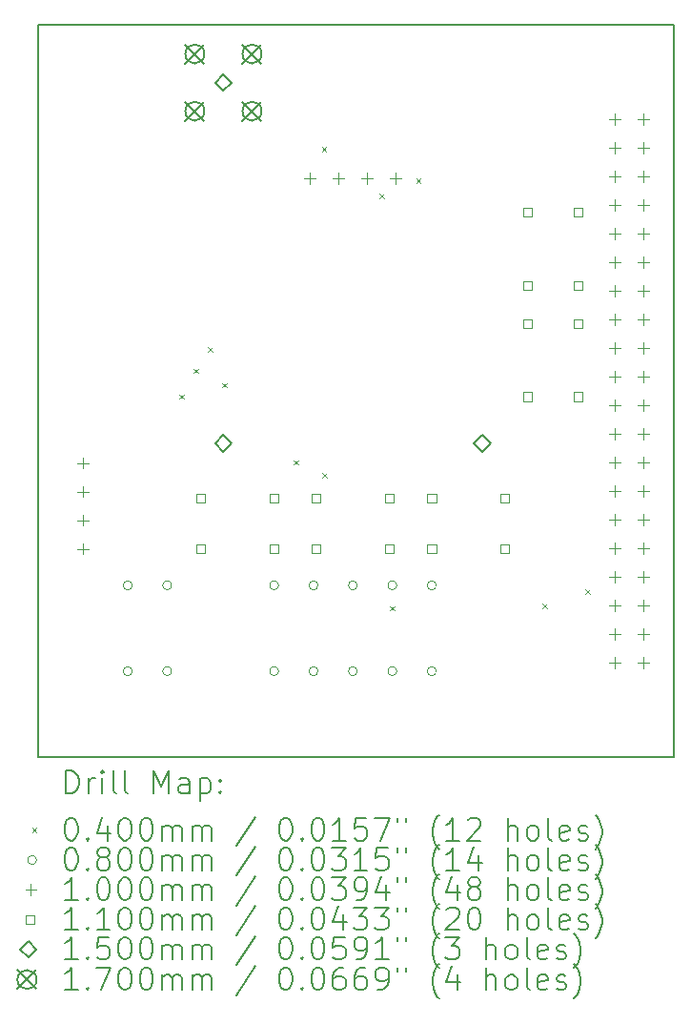
<source format=gbr>
%TF.GenerationSoftware,KiCad,Pcbnew,7.0.10*%
%TF.CreationDate,2024-02-01T09:42:20+01:00*%
%TF.ProjectId,LoRa-APRS-Gateway-RPI-RA01,4c6f5261-2d41-4505-9253-2d4761746577,rev?*%
%TF.SameCoordinates,Original*%
%TF.FileFunction,Drillmap*%
%TF.FilePolarity,Positive*%
%FSLAX45Y45*%
G04 Gerber Fmt 4.5, Leading zero omitted, Abs format (unit mm)*
G04 Created by KiCad (PCBNEW 7.0.10) date 2024-02-01 09:42:20*
%MOMM*%
%LPD*%
G01*
G04 APERTURE LIST*
%ADD10C,0.200000*%
%ADD11C,0.100000*%
%ADD12C,0.110000*%
%ADD13C,0.150000*%
%ADD14C,0.170000*%
G04 APERTURE END LIST*
D10*
X13595000Y-9119100D02*
X7945000Y-9119100D01*
X7945000Y-9119100D02*
X7945000Y-15619100D01*
X13595000Y-9119100D02*
X13595000Y-15619100D01*
X13595000Y-15619100D02*
X7945000Y-15619100D01*
D11*
X9201000Y-12397700D02*
X9241000Y-12437700D01*
X9241000Y-12397700D02*
X9201000Y-12437700D01*
X9328000Y-12169100D02*
X9368000Y-12209100D01*
X9368000Y-12169100D02*
X9328000Y-12209100D01*
X9455000Y-11978600D02*
X9495000Y-12018600D01*
X9495000Y-11978600D02*
X9455000Y-12018600D01*
X9582000Y-12296100D02*
X9622000Y-12336100D01*
X9622000Y-12296100D02*
X9582000Y-12336100D01*
X10217000Y-12981900D02*
X10257000Y-13021900D01*
X10257000Y-12981900D02*
X10217000Y-13021900D01*
X10468000Y-10202700D02*
X10508000Y-10242700D01*
X10508000Y-10202700D02*
X10468000Y-10242700D01*
X10471000Y-13096200D02*
X10511000Y-13136200D01*
X10511000Y-13096200D02*
X10471000Y-13136200D01*
X10979000Y-10613686D02*
X11019000Y-10653686D01*
X11019000Y-10613686D02*
X10979000Y-10653686D01*
X11075000Y-14277300D02*
X11115000Y-14317300D01*
X11115000Y-14277300D02*
X11075000Y-14317300D01*
X11306200Y-10482100D02*
X11346200Y-10522100D01*
X11346200Y-10482100D02*
X11306200Y-10522100D01*
X12427000Y-14255308D02*
X12467000Y-14295308D01*
X12467000Y-14255308D02*
X12427000Y-14295308D01*
X12807000Y-14129100D02*
X12847000Y-14169100D01*
X12847000Y-14129100D02*
X12807000Y-14169100D01*
X8785000Y-14094100D02*
G75*
G03*
X8705000Y-14094100I-40000J0D01*
G01*
X8705000Y-14094100D02*
G75*
G03*
X8785000Y-14094100I40000J0D01*
G01*
X8785000Y-14856100D02*
G75*
G03*
X8705000Y-14856100I-40000J0D01*
G01*
X8705000Y-14856100D02*
G75*
G03*
X8785000Y-14856100I40000J0D01*
G01*
X9135000Y-14094100D02*
G75*
G03*
X9055000Y-14094100I-40000J0D01*
G01*
X9055000Y-14094100D02*
G75*
G03*
X9135000Y-14094100I40000J0D01*
G01*
X9135000Y-14856100D02*
G75*
G03*
X9055000Y-14856100I-40000J0D01*
G01*
X9055000Y-14856100D02*
G75*
G03*
X9135000Y-14856100I40000J0D01*
G01*
X10085000Y-14094100D02*
G75*
G03*
X10005000Y-14094100I-40000J0D01*
G01*
X10005000Y-14094100D02*
G75*
G03*
X10085000Y-14094100I40000J0D01*
G01*
X10085000Y-14856100D02*
G75*
G03*
X10005000Y-14856100I-40000J0D01*
G01*
X10005000Y-14856100D02*
G75*
G03*
X10085000Y-14856100I40000J0D01*
G01*
X10435000Y-14094100D02*
G75*
G03*
X10355000Y-14094100I-40000J0D01*
G01*
X10355000Y-14094100D02*
G75*
G03*
X10435000Y-14094100I40000J0D01*
G01*
X10435000Y-14856100D02*
G75*
G03*
X10355000Y-14856100I-40000J0D01*
G01*
X10355000Y-14856100D02*
G75*
G03*
X10435000Y-14856100I40000J0D01*
G01*
X10785000Y-14094100D02*
G75*
G03*
X10705000Y-14094100I-40000J0D01*
G01*
X10705000Y-14094100D02*
G75*
G03*
X10785000Y-14094100I40000J0D01*
G01*
X10785000Y-14856100D02*
G75*
G03*
X10705000Y-14856100I-40000J0D01*
G01*
X10705000Y-14856100D02*
G75*
G03*
X10785000Y-14856100I40000J0D01*
G01*
X11135000Y-14094100D02*
G75*
G03*
X11055000Y-14094100I-40000J0D01*
G01*
X11055000Y-14094100D02*
G75*
G03*
X11135000Y-14094100I40000J0D01*
G01*
X11135000Y-14856100D02*
G75*
G03*
X11055000Y-14856100I-40000J0D01*
G01*
X11055000Y-14856100D02*
G75*
G03*
X11135000Y-14856100I40000J0D01*
G01*
X11485000Y-14094100D02*
G75*
G03*
X11405000Y-14094100I-40000J0D01*
G01*
X11405000Y-14094100D02*
G75*
G03*
X11485000Y-14094100I40000J0D01*
G01*
X11485000Y-14856100D02*
G75*
G03*
X11405000Y-14856100I-40000J0D01*
G01*
X11405000Y-14856100D02*
G75*
G03*
X11485000Y-14856100I40000J0D01*
G01*
X8345000Y-12957100D02*
X8345000Y-13057100D01*
X8295000Y-13007100D02*
X8395000Y-13007100D01*
X8345000Y-13211100D02*
X8345000Y-13311100D01*
X8295000Y-13261100D02*
X8395000Y-13261100D01*
X8345000Y-13465100D02*
X8345000Y-13565100D01*
X8295000Y-13515100D02*
X8395000Y-13515100D01*
X8345000Y-13719100D02*
X8345000Y-13819100D01*
X8295000Y-13769100D02*
X8395000Y-13769100D01*
X10364000Y-10431286D02*
X10364000Y-10531286D01*
X10314000Y-10481286D02*
X10414000Y-10481286D01*
X10618000Y-10431286D02*
X10618000Y-10531286D01*
X10568000Y-10481286D02*
X10668000Y-10481286D01*
X10872000Y-10431286D02*
X10872000Y-10531286D01*
X10822000Y-10481286D02*
X10922000Y-10481286D01*
X11126000Y-10431286D02*
X11126000Y-10531286D01*
X11076000Y-10481286D02*
X11176000Y-10481286D01*
X13068768Y-9907308D02*
X13068768Y-10007308D01*
X13018768Y-9957308D02*
X13118768Y-9957308D01*
X13068768Y-10161308D02*
X13068768Y-10261308D01*
X13018768Y-10211308D02*
X13118768Y-10211308D01*
X13068768Y-10415308D02*
X13068768Y-10515308D01*
X13018768Y-10465308D02*
X13118768Y-10465308D01*
X13068768Y-10669308D02*
X13068768Y-10769308D01*
X13018768Y-10719308D02*
X13118768Y-10719308D01*
X13068768Y-10923308D02*
X13068768Y-11023308D01*
X13018768Y-10973308D02*
X13118768Y-10973308D01*
X13068768Y-11177308D02*
X13068768Y-11277308D01*
X13018768Y-11227308D02*
X13118768Y-11227308D01*
X13068768Y-11431308D02*
X13068768Y-11531308D01*
X13018768Y-11481308D02*
X13118768Y-11481308D01*
X13068768Y-11685308D02*
X13068768Y-11785308D01*
X13018768Y-11735308D02*
X13118768Y-11735308D01*
X13068768Y-11939308D02*
X13068768Y-12039308D01*
X13018768Y-11989308D02*
X13118768Y-11989308D01*
X13068768Y-12193308D02*
X13068768Y-12293308D01*
X13018768Y-12243308D02*
X13118768Y-12243308D01*
X13068768Y-12447308D02*
X13068768Y-12547308D01*
X13018768Y-12497308D02*
X13118768Y-12497308D01*
X13068768Y-12701308D02*
X13068768Y-12801308D01*
X13018768Y-12751308D02*
X13118768Y-12751308D01*
X13068768Y-12955308D02*
X13068768Y-13055308D01*
X13018768Y-13005308D02*
X13118768Y-13005308D01*
X13068768Y-13209308D02*
X13068768Y-13309308D01*
X13018768Y-13259308D02*
X13118768Y-13259308D01*
X13068768Y-13463308D02*
X13068768Y-13563308D01*
X13018768Y-13513308D02*
X13118768Y-13513308D01*
X13068768Y-13717308D02*
X13068768Y-13817308D01*
X13018768Y-13767308D02*
X13118768Y-13767308D01*
X13068768Y-13971308D02*
X13068768Y-14071308D01*
X13018768Y-14021308D02*
X13118768Y-14021308D01*
X13068768Y-14225308D02*
X13068768Y-14325308D01*
X13018768Y-14275308D02*
X13118768Y-14275308D01*
X13068768Y-14479308D02*
X13068768Y-14579308D01*
X13018768Y-14529308D02*
X13118768Y-14529308D01*
X13068768Y-14733308D02*
X13068768Y-14833308D01*
X13018768Y-14783308D02*
X13118768Y-14783308D01*
X13322768Y-9907308D02*
X13322768Y-10007308D01*
X13272768Y-9957308D02*
X13372768Y-9957308D01*
X13322768Y-10161308D02*
X13322768Y-10261308D01*
X13272768Y-10211308D02*
X13372768Y-10211308D01*
X13322768Y-10415308D02*
X13322768Y-10515308D01*
X13272768Y-10465308D02*
X13372768Y-10465308D01*
X13322768Y-10669308D02*
X13322768Y-10769308D01*
X13272768Y-10719308D02*
X13372768Y-10719308D01*
X13322768Y-10923308D02*
X13322768Y-11023308D01*
X13272768Y-10973308D02*
X13372768Y-10973308D01*
X13322768Y-11177308D02*
X13322768Y-11277308D01*
X13272768Y-11227308D02*
X13372768Y-11227308D01*
X13322768Y-11431308D02*
X13322768Y-11531308D01*
X13272768Y-11481308D02*
X13372768Y-11481308D01*
X13322768Y-11685308D02*
X13322768Y-11785308D01*
X13272768Y-11735308D02*
X13372768Y-11735308D01*
X13322768Y-11939308D02*
X13322768Y-12039308D01*
X13272768Y-11989308D02*
X13372768Y-11989308D01*
X13322768Y-12193308D02*
X13322768Y-12293308D01*
X13272768Y-12243308D02*
X13372768Y-12243308D01*
X13322768Y-12447308D02*
X13322768Y-12547308D01*
X13272768Y-12497308D02*
X13372768Y-12497308D01*
X13322768Y-12701308D02*
X13322768Y-12801308D01*
X13272768Y-12751308D02*
X13372768Y-12751308D01*
X13322768Y-12955308D02*
X13322768Y-13055308D01*
X13272768Y-13005308D02*
X13372768Y-13005308D01*
X13322768Y-13209308D02*
X13322768Y-13309308D01*
X13272768Y-13259308D02*
X13372768Y-13259308D01*
X13322768Y-13463308D02*
X13322768Y-13563308D01*
X13272768Y-13513308D02*
X13372768Y-13513308D01*
X13322768Y-13717308D02*
X13322768Y-13817308D01*
X13272768Y-13767308D02*
X13372768Y-13767308D01*
X13322768Y-13971308D02*
X13322768Y-14071308D01*
X13272768Y-14021308D02*
X13372768Y-14021308D01*
X13322768Y-14225308D02*
X13322768Y-14325308D01*
X13272768Y-14275308D02*
X13372768Y-14275308D01*
X13322768Y-14479308D02*
X13322768Y-14579308D01*
X13272768Y-14529308D02*
X13372768Y-14529308D01*
X13322768Y-14733308D02*
X13322768Y-14833308D01*
X13272768Y-14783308D02*
X13372768Y-14783308D01*
D12*
X9433891Y-13357991D02*
X9433891Y-13280209D01*
X9356109Y-13280209D01*
X9356109Y-13357991D01*
X9433891Y-13357991D01*
X9433891Y-13807991D02*
X9433891Y-13730209D01*
X9356109Y-13730209D01*
X9356109Y-13807991D01*
X9433891Y-13807991D01*
X10083891Y-13357991D02*
X10083891Y-13280209D01*
X10006109Y-13280209D01*
X10006109Y-13357991D01*
X10083891Y-13357991D01*
X10083891Y-13807991D02*
X10083891Y-13730209D01*
X10006109Y-13730209D01*
X10006109Y-13807991D01*
X10083891Y-13807991D01*
X10454891Y-13357991D02*
X10454891Y-13280209D01*
X10377109Y-13280209D01*
X10377109Y-13357991D01*
X10454891Y-13357991D01*
X10454891Y-13807991D02*
X10454891Y-13730209D01*
X10377109Y-13730209D01*
X10377109Y-13807991D01*
X10454891Y-13807991D01*
X11104891Y-13357991D02*
X11104891Y-13280209D01*
X11027109Y-13280209D01*
X11027109Y-13357991D01*
X11104891Y-13357991D01*
X11104891Y-13807991D02*
X11104891Y-13730209D01*
X11027109Y-13730209D01*
X11027109Y-13807991D01*
X11104891Y-13807991D01*
X11483891Y-13357991D02*
X11483891Y-13280209D01*
X11406109Y-13280209D01*
X11406109Y-13357991D01*
X11483891Y-13357991D01*
X11483891Y-13807991D02*
X11483891Y-13730209D01*
X11406109Y-13730209D01*
X11406109Y-13807991D01*
X11483891Y-13807991D01*
X12133891Y-13357991D02*
X12133891Y-13280209D01*
X12056109Y-13280209D01*
X12056109Y-13357991D01*
X12133891Y-13357991D01*
X12133891Y-13807991D02*
X12133891Y-13730209D01*
X12056109Y-13730209D01*
X12056109Y-13807991D01*
X12133891Y-13807991D01*
X12333891Y-10817991D02*
X12333891Y-10740209D01*
X12256109Y-10740209D01*
X12256109Y-10817991D01*
X12333891Y-10817991D01*
X12333891Y-11467991D02*
X12333891Y-11390209D01*
X12256109Y-11390209D01*
X12256109Y-11467991D01*
X12333891Y-11467991D01*
X12333891Y-11807991D02*
X12333891Y-11730209D01*
X12256109Y-11730209D01*
X12256109Y-11807991D01*
X12333891Y-11807991D01*
X12333891Y-12457991D02*
X12333891Y-12380209D01*
X12256109Y-12380209D01*
X12256109Y-12457991D01*
X12333891Y-12457991D01*
X12783891Y-10817991D02*
X12783891Y-10740209D01*
X12706109Y-10740209D01*
X12706109Y-10817991D01*
X12783891Y-10817991D01*
X12783891Y-11467991D02*
X12783891Y-11390209D01*
X12706109Y-11390209D01*
X12706109Y-11467991D01*
X12783891Y-11467991D01*
X12783891Y-11807991D02*
X12783891Y-11730209D01*
X12706109Y-11730209D01*
X12706109Y-11807991D01*
X12783891Y-11807991D01*
X12783891Y-12457991D02*
X12783891Y-12380209D01*
X12706109Y-12380209D01*
X12706109Y-12457991D01*
X12783891Y-12457991D01*
D13*
X9595000Y-9704100D02*
X9670000Y-9629100D01*
X9595000Y-9554100D01*
X9520000Y-9629100D01*
X9595000Y-9704100D01*
X9595000Y-12906286D02*
X9670000Y-12831286D01*
X9595000Y-12756286D01*
X9520000Y-12831286D01*
X9595000Y-12906286D01*
X11895000Y-12906286D02*
X11970000Y-12831286D01*
X11895000Y-12756286D01*
X11820000Y-12831286D01*
X11895000Y-12906286D01*
D14*
X9256000Y-9290100D02*
X9426000Y-9460100D01*
X9426000Y-9290100D02*
X9256000Y-9460100D01*
X9426000Y-9375100D02*
G75*
G03*
X9256000Y-9375100I-85000J0D01*
G01*
X9256000Y-9375100D02*
G75*
G03*
X9426000Y-9375100I85000J0D01*
G01*
X9256000Y-9798100D02*
X9426000Y-9968100D01*
X9426000Y-9798100D02*
X9256000Y-9968100D01*
X9426000Y-9883100D02*
G75*
G03*
X9256000Y-9883100I-85000J0D01*
G01*
X9256000Y-9883100D02*
G75*
G03*
X9426000Y-9883100I85000J0D01*
G01*
X9764000Y-9290100D02*
X9934000Y-9460100D01*
X9934000Y-9290100D02*
X9764000Y-9460100D01*
X9934000Y-9375100D02*
G75*
G03*
X9764000Y-9375100I-85000J0D01*
G01*
X9764000Y-9375100D02*
G75*
G03*
X9934000Y-9375100I85000J0D01*
G01*
X9764000Y-9798100D02*
X9934000Y-9968100D01*
X9934000Y-9798100D02*
X9764000Y-9968100D01*
X9934000Y-9883100D02*
G75*
G03*
X9764000Y-9883100I-85000J0D01*
G01*
X9764000Y-9883100D02*
G75*
G03*
X9934000Y-9883100I85000J0D01*
G01*
D10*
X8195777Y-15940584D02*
X8195777Y-15740584D01*
X8195777Y-15740584D02*
X8243396Y-15740584D01*
X8243396Y-15740584D02*
X8271967Y-15750108D01*
X8271967Y-15750108D02*
X8291015Y-15769155D01*
X8291015Y-15769155D02*
X8300539Y-15788203D01*
X8300539Y-15788203D02*
X8310062Y-15826298D01*
X8310062Y-15826298D02*
X8310062Y-15854869D01*
X8310062Y-15854869D02*
X8300539Y-15892965D01*
X8300539Y-15892965D02*
X8291015Y-15912012D01*
X8291015Y-15912012D02*
X8271967Y-15931060D01*
X8271967Y-15931060D02*
X8243396Y-15940584D01*
X8243396Y-15940584D02*
X8195777Y-15940584D01*
X8395777Y-15940584D02*
X8395777Y-15807250D01*
X8395777Y-15845346D02*
X8405301Y-15826298D01*
X8405301Y-15826298D02*
X8414824Y-15816774D01*
X8414824Y-15816774D02*
X8433872Y-15807250D01*
X8433872Y-15807250D02*
X8452920Y-15807250D01*
X8519586Y-15940584D02*
X8519586Y-15807250D01*
X8519586Y-15740584D02*
X8510063Y-15750108D01*
X8510063Y-15750108D02*
X8519586Y-15759631D01*
X8519586Y-15759631D02*
X8529110Y-15750108D01*
X8529110Y-15750108D02*
X8519586Y-15740584D01*
X8519586Y-15740584D02*
X8519586Y-15759631D01*
X8643396Y-15940584D02*
X8624348Y-15931060D01*
X8624348Y-15931060D02*
X8614824Y-15912012D01*
X8614824Y-15912012D02*
X8614824Y-15740584D01*
X8748158Y-15940584D02*
X8729110Y-15931060D01*
X8729110Y-15931060D02*
X8719586Y-15912012D01*
X8719586Y-15912012D02*
X8719586Y-15740584D01*
X8976729Y-15940584D02*
X8976729Y-15740584D01*
X8976729Y-15740584D02*
X9043396Y-15883441D01*
X9043396Y-15883441D02*
X9110063Y-15740584D01*
X9110063Y-15740584D02*
X9110063Y-15940584D01*
X9291015Y-15940584D02*
X9291015Y-15835822D01*
X9291015Y-15835822D02*
X9281491Y-15816774D01*
X9281491Y-15816774D02*
X9262444Y-15807250D01*
X9262444Y-15807250D02*
X9224348Y-15807250D01*
X9224348Y-15807250D02*
X9205301Y-15816774D01*
X9291015Y-15931060D02*
X9271967Y-15940584D01*
X9271967Y-15940584D02*
X9224348Y-15940584D01*
X9224348Y-15940584D02*
X9205301Y-15931060D01*
X9205301Y-15931060D02*
X9195777Y-15912012D01*
X9195777Y-15912012D02*
X9195777Y-15892965D01*
X9195777Y-15892965D02*
X9205301Y-15873917D01*
X9205301Y-15873917D02*
X9224348Y-15864393D01*
X9224348Y-15864393D02*
X9271967Y-15864393D01*
X9271967Y-15864393D02*
X9291015Y-15854869D01*
X9386253Y-15807250D02*
X9386253Y-16007250D01*
X9386253Y-15816774D02*
X9405301Y-15807250D01*
X9405301Y-15807250D02*
X9443396Y-15807250D01*
X9443396Y-15807250D02*
X9462444Y-15816774D01*
X9462444Y-15816774D02*
X9471967Y-15826298D01*
X9471967Y-15826298D02*
X9481491Y-15845346D01*
X9481491Y-15845346D02*
X9481491Y-15902488D01*
X9481491Y-15902488D02*
X9471967Y-15921536D01*
X9471967Y-15921536D02*
X9462444Y-15931060D01*
X9462444Y-15931060D02*
X9443396Y-15940584D01*
X9443396Y-15940584D02*
X9405301Y-15940584D01*
X9405301Y-15940584D02*
X9386253Y-15931060D01*
X9567205Y-15921536D02*
X9576729Y-15931060D01*
X9576729Y-15931060D02*
X9567205Y-15940584D01*
X9567205Y-15940584D02*
X9557682Y-15931060D01*
X9557682Y-15931060D02*
X9567205Y-15921536D01*
X9567205Y-15921536D02*
X9567205Y-15940584D01*
X9567205Y-15816774D02*
X9576729Y-15826298D01*
X9576729Y-15826298D02*
X9567205Y-15835822D01*
X9567205Y-15835822D02*
X9557682Y-15826298D01*
X9557682Y-15826298D02*
X9567205Y-15816774D01*
X9567205Y-15816774D02*
X9567205Y-15835822D01*
D11*
X7895000Y-16249100D02*
X7935000Y-16289100D01*
X7935000Y-16249100D02*
X7895000Y-16289100D01*
D10*
X8233872Y-16160584D02*
X8252920Y-16160584D01*
X8252920Y-16160584D02*
X8271967Y-16170108D01*
X8271967Y-16170108D02*
X8281491Y-16179631D01*
X8281491Y-16179631D02*
X8291015Y-16198679D01*
X8291015Y-16198679D02*
X8300539Y-16236774D01*
X8300539Y-16236774D02*
X8300539Y-16284393D01*
X8300539Y-16284393D02*
X8291015Y-16322488D01*
X8291015Y-16322488D02*
X8281491Y-16341536D01*
X8281491Y-16341536D02*
X8271967Y-16351060D01*
X8271967Y-16351060D02*
X8252920Y-16360584D01*
X8252920Y-16360584D02*
X8233872Y-16360584D01*
X8233872Y-16360584D02*
X8214824Y-16351060D01*
X8214824Y-16351060D02*
X8205301Y-16341536D01*
X8205301Y-16341536D02*
X8195777Y-16322488D01*
X8195777Y-16322488D02*
X8186253Y-16284393D01*
X8186253Y-16284393D02*
X8186253Y-16236774D01*
X8186253Y-16236774D02*
X8195777Y-16198679D01*
X8195777Y-16198679D02*
X8205301Y-16179631D01*
X8205301Y-16179631D02*
X8214824Y-16170108D01*
X8214824Y-16170108D02*
X8233872Y-16160584D01*
X8386253Y-16341536D02*
X8395777Y-16351060D01*
X8395777Y-16351060D02*
X8386253Y-16360584D01*
X8386253Y-16360584D02*
X8376729Y-16351060D01*
X8376729Y-16351060D02*
X8386253Y-16341536D01*
X8386253Y-16341536D02*
X8386253Y-16360584D01*
X8567205Y-16227250D02*
X8567205Y-16360584D01*
X8519586Y-16151060D02*
X8471967Y-16293917D01*
X8471967Y-16293917D02*
X8595777Y-16293917D01*
X8710063Y-16160584D02*
X8729110Y-16160584D01*
X8729110Y-16160584D02*
X8748158Y-16170108D01*
X8748158Y-16170108D02*
X8757682Y-16179631D01*
X8757682Y-16179631D02*
X8767205Y-16198679D01*
X8767205Y-16198679D02*
X8776729Y-16236774D01*
X8776729Y-16236774D02*
X8776729Y-16284393D01*
X8776729Y-16284393D02*
X8767205Y-16322488D01*
X8767205Y-16322488D02*
X8757682Y-16341536D01*
X8757682Y-16341536D02*
X8748158Y-16351060D01*
X8748158Y-16351060D02*
X8729110Y-16360584D01*
X8729110Y-16360584D02*
X8710063Y-16360584D01*
X8710063Y-16360584D02*
X8691015Y-16351060D01*
X8691015Y-16351060D02*
X8681491Y-16341536D01*
X8681491Y-16341536D02*
X8671967Y-16322488D01*
X8671967Y-16322488D02*
X8662444Y-16284393D01*
X8662444Y-16284393D02*
X8662444Y-16236774D01*
X8662444Y-16236774D02*
X8671967Y-16198679D01*
X8671967Y-16198679D02*
X8681491Y-16179631D01*
X8681491Y-16179631D02*
X8691015Y-16170108D01*
X8691015Y-16170108D02*
X8710063Y-16160584D01*
X8900539Y-16160584D02*
X8919586Y-16160584D01*
X8919586Y-16160584D02*
X8938634Y-16170108D01*
X8938634Y-16170108D02*
X8948158Y-16179631D01*
X8948158Y-16179631D02*
X8957682Y-16198679D01*
X8957682Y-16198679D02*
X8967205Y-16236774D01*
X8967205Y-16236774D02*
X8967205Y-16284393D01*
X8967205Y-16284393D02*
X8957682Y-16322488D01*
X8957682Y-16322488D02*
X8948158Y-16341536D01*
X8948158Y-16341536D02*
X8938634Y-16351060D01*
X8938634Y-16351060D02*
X8919586Y-16360584D01*
X8919586Y-16360584D02*
X8900539Y-16360584D01*
X8900539Y-16360584D02*
X8881491Y-16351060D01*
X8881491Y-16351060D02*
X8871967Y-16341536D01*
X8871967Y-16341536D02*
X8862444Y-16322488D01*
X8862444Y-16322488D02*
X8852920Y-16284393D01*
X8852920Y-16284393D02*
X8852920Y-16236774D01*
X8852920Y-16236774D02*
X8862444Y-16198679D01*
X8862444Y-16198679D02*
X8871967Y-16179631D01*
X8871967Y-16179631D02*
X8881491Y-16170108D01*
X8881491Y-16170108D02*
X8900539Y-16160584D01*
X9052920Y-16360584D02*
X9052920Y-16227250D01*
X9052920Y-16246298D02*
X9062444Y-16236774D01*
X9062444Y-16236774D02*
X9081491Y-16227250D01*
X9081491Y-16227250D02*
X9110063Y-16227250D01*
X9110063Y-16227250D02*
X9129110Y-16236774D01*
X9129110Y-16236774D02*
X9138634Y-16255822D01*
X9138634Y-16255822D02*
X9138634Y-16360584D01*
X9138634Y-16255822D02*
X9148158Y-16236774D01*
X9148158Y-16236774D02*
X9167205Y-16227250D01*
X9167205Y-16227250D02*
X9195777Y-16227250D01*
X9195777Y-16227250D02*
X9214825Y-16236774D01*
X9214825Y-16236774D02*
X9224348Y-16255822D01*
X9224348Y-16255822D02*
X9224348Y-16360584D01*
X9319586Y-16360584D02*
X9319586Y-16227250D01*
X9319586Y-16246298D02*
X9329110Y-16236774D01*
X9329110Y-16236774D02*
X9348158Y-16227250D01*
X9348158Y-16227250D02*
X9376729Y-16227250D01*
X9376729Y-16227250D02*
X9395777Y-16236774D01*
X9395777Y-16236774D02*
X9405301Y-16255822D01*
X9405301Y-16255822D02*
X9405301Y-16360584D01*
X9405301Y-16255822D02*
X9414825Y-16236774D01*
X9414825Y-16236774D02*
X9433872Y-16227250D01*
X9433872Y-16227250D02*
X9462444Y-16227250D01*
X9462444Y-16227250D02*
X9481491Y-16236774D01*
X9481491Y-16236774D02*
X9491015Y-16255822D01*
X9491015Y-16255822D02*
X9491015Y-16360584D01*
X9881491Y-16151060D02*
X9710063Y-16408203D01*
X10138634Y-16160584D02*
X10157682Y-16160584D01*
X10157682Y-16160584D02*
X10176729Y-16170108D01*
X10176729Y-16170108D02*
X10186253Y-16179631D01*
X10186253Y-16179631D02*
X10195777Y-16198679D01*
X10195777Y-16198679D02*
X10205301Y-16236774D01*
X10205301Y-16236774D02*
X10205301Y-16284393D01*
X10205301Y-16284393D02*
X10195777Y-16322488D01*
X10195777Y-16322488D02*
X10186253Y-16341536D01*
X10186253Y-16341536D02*
X10176729Y-16351060D01*
X10176729Y-16351060D02*
X10157682Y-16360584D01*
X10157682Y-16360584D02*
X10138634Y-16360584D01*
X10138634Y-16360584D02*
X10119587Y-16351060D01*
X10119587Y-16351060D02*
X10110063Y-16341536D01*
X10110063Y-16341536D02*
X10100539Y-16322488D01*
X10100539Y-16322488D02*
X10091015Y-16284393D01*
X10091015Y-16284393D02*
X10091015Y-16236774D01*
X10091015Y-16236774D02*
X10100539Y-16198679D01*
X10100539Y-16198679D02*
X10110063Y-16179631D01*
X10110063Y-16179631D02*
X10119587Y-16170108D01*
X10119587Y-16170108D02*
X10138634Y-16160584D01*
X10291015Y-16341536D02*
X10300539Y-16351060D01*
X10300539Y-16351060D02*
X10291015Y-16360584D01*
X10291015Y-16360584D02*
X10281491Y-16351060D01*
X10281491Y-16351060D02*
X10291015Y-16341536D01*
X10291015Y-16341536D02*
X10291015Y-16360584D01*
X10424348Y-16160584D02*
X10443396Y-16160584D01*
X10443396Y-16160584D02*
X10462444Y-16170108D01*
X10462444Y-16170108D02*
X10471968Y-16179631D01*
X10471968Y-16179631D02*
X10481491Y-16198679D01*
X10481491Y-16198679D02*
X10491015Y-16236774D01*
X10491015Y-16236774D02*
X10491015Y-16284393D01*
X10491015Y-16284393D02*
X10481491Y-16322488D01*
X10481491Y-16322488D02*
X10471968Y-16341536D01*
X10471968Y-16341536D02*
X10462444Y-16351060D01*
X10462444Y-16351060D02*
X10443396Y-16360584D01*
X10443396Y-16360584D02*
X10424348Y-16360584D01*
X10424348Y-16360584D02*
X10405301Y-16351060D01*
X10405301Y-16351060D02*
X10395777Y-16341536D01*
X10395777Y-16341536D02*
X10386253Y-16322488D01*
X10386253Y-16322488D02*
X10376729Y-16284393D01*
X10376729Y-16284393D02*
X10376729Y-16236774D01*
X10376729Y-16236774D02*
X10386253Y-16198679D01*
X10386253Y-16198679D02*
X10395777Y-16179631D01*
X10395777Y-16179631D02*
X10405301Y-16170108D01*
X10405301Y-16170108D02*
X10424348Y-16160584D01*
X10681491Y-16360584D02*
X10567206Y-16360584D01*
X10624348Y-16360584D02*
X10624348Y-16160584D01*
X10624348Y-16160584D02*
X10605301Y-16189155D01*
X10605301Y-16189155D02*
X10586253Y-16208203D01*
X10586253Y-16208203D02*
X10567206Y-16217727D01*
X10862444Y-16160584D02*
X10767206Y-16160584D01*
X10767206Y-16160584D02*
X10757682Y-16255822D01*
X10757682Y-16255822D02*
X10767206Y-16246298D01*
X10767206Y-16246298D02*
X10786253Y-16236774D01*
X10786253Y-16236774D02*
X10833872Y-16236774D01*
X10833872Y-16236774D02*
X10852920Y-16246298D01*
X10852920Y-16246298D02*
X10862444Y-16255822D01*
X10862444Y-16255822D02*
X10871968Y-16274869D01*
X10871968Y-16274869D02*
X10871968Y-16322488D01*
X10871968Y-16322488D02*
X10862444Y-16341536D01*
X10862444Y-16341536D02*
X10852920Y-16351060D01*
X10852920Y-16351060D02*
X10833872Y-16360584D01*
X10833872Y-16360584D02*
X10786253Y-16360584D01*
X10786253Y-16360584D02*
X10767206Y-16351060D01*
X10767206Y-16351060D02*
X10757682Y-16341536D01*
X10938634Y-16160584D02*
X11071968Y-16160584D01*
X11071968Y-16160584D02*
X10986253Y-16360584D01*
X11138634Y-16160584D02*
X11138634Y-16198679D01*
X11214825Y-16160584D02*
X11214825Y-16198679D01*
X11510063Y-16436774D02*
X11500539Y-16427250D01*
X11500539Y-16427250D02*
X11481491Y-16398679D01*
X11481491Y-16398679D02*
X11471968Y-16379631D01*
X11471968Y-16379631D02*
X11462444Y-16351060D01*
X11462444Y-16351060D02*
X11452920Y-16303441D01*
X11452920Y-16303441D02*
X11452920Y-16265346D01*
X11452920Y-16265346D02*
X11462444Y-16217727D01*
X11462444Y-16217727D02*
X11471968Y-16189155D01*
X11471968Y-16189155D02*
X11481491Y-16170108D01*
X11481491Y-16170108D02*
X11500539Y-16141536D01*
X11500539Y-16141536D02*
X11510063Y-16132012D01*
X11691015Y-16360584D02*
X11576729Y-16360584D01*
X11633872Y-16360584D02*
X11633872Y-16160584D01*
X11633872Y-16160584D02*
X11614825Y-16189155D01*
X11614825Y-16189155D02*
X11595777Y-16208203D01*
X11595777Y-16208203D02*
X11576729Y-16217727D01*
X11767206Y-16179631D02*
X11776729Y-16170108D01*
X11776729Y-16170108D02*
X11795777Y-16160584D01*
X11795777Y-16160584D02*
X11843396Y-16160584D01*
X11843396Y-16160584D02*
X11862444Y-16170108D01*
X11862444Y-16170108D02*
X11871968Y-16179631D01*
X11871968Y-16179631D02*
X11881491Y-16198679D01*
X11881491Y-16198679D02*
X11881491Y-16217727D01*
X11881491Y-16217727D02*
X11871968Y-16246298D01*
X11871968Y-16246298D02*
X11757682Y-16360584D01*
X11757682Y-16360584D02*
X11881491Y-16360584D01*
X12119587Y-16360584D02*
X12119587Y-16160584D01*
X12205301Y-16360584D02*
X12205301Y-16255822D01*
X12205301Y-16255822D02*
X12195777Y-16236774D01*
X12195777Y-16236774D02*
X12176730Y-16227250D01*
X12176730Y-16227250D02*
X12148158Y-16227250D01*
X12148158Y-16227250D02*
X12129110Y-16236774D01*
X12129110Y-16236774D02*
X12119587Y-16246298D01*
X12329110Y-16360584D02*
X12310063Y-16351060D01*
X12310063Y-16351060D02*
X12300539Y-16341536D01*
X12300539Y-16341536D02*
X12291015Y-16322488D01*
X12291015Y-16322488D02*
X12291015Y-16265346D01*
X12291015Y-16265346D02*
X12300539Y-16246298D01*
X12300539Y-16246298D02*
X12310063Y-16236774D01*
X12310063Y-16236774D02*
X12329110Y-16227250D01*
X12329110Y-16227250D02*
X12357682Y-16227250D01*
X12357682Y-16227250D02*
X12376730Y-16236774D01*
X12376730Y-16236774D02*
X12386253Y-16246298D01*
X12386253Y-16246298D02*
X12395777Y-16265346D01*
X12395777Y-16265346D02*
X12395777Y-16322488D01*
X12395777Y-16322488D02*
X12386253Y-16341536D01*
X12386253Y-16341536D02*
X12376730Y-16351060D01*
X12376730Y-16351060D02*
X12357682Y-16360584D01*
X12357682Y-16360584D02*
X12329110Y-16360584D01*
X12510063Y-16360584D02*
X12491015Y-16351060D01*
X12491015Y-16351060D02*
X12481491Y-16332012D01*
X12481491Y-16332012D02*
X12481491Y-16160584D01*
X12662444Y-16351060D02*
X12643396Y-16360584D01*
X12643396Y-16360584D02*
X12605301Y-16360584D01*
X12605301Y-16360584D02*
X12586253Y-16351060D01*
X12586253Y-16351060D02*
X12576730Y-16332012D01*
X12576730Y-16332012D02*
X12576730Y-16255822D01*
X12576730Y-16255822D02*
X12586253Y-16236774D01*
X12586253Y-16236774D02*
X12605301Y-16227250D01*
X12605301Y-16227250D02*
X12643396Y-16227250D01*
X12643396Y-16227250D02*
X12662444Y-16236774D01*
X12662444Y-16236774D02*
X12671968Y-16255822D01*
X12671968Y-16255822D02*
X12671968Y-16274869D01*
X12671968Y-16274869D02*
X12576730Y-16293917D01*
X12748158Y-16351060D02*
X12767206Y-16360584D01*
X12767206Y-16360584D02*
X12805301Y-16360584D01*
X12805301Y-16360584D02*
X12824349Y-16351060D01*
X12824349Y-16351060D02*
X12833872Y-16332012D01*
X12833872Y-16332012D02*
X12833872Y-16322488D01*
X12833872Y-16322488D02*
X12824349Y-16303441D01*
X12824349Y-16303441D02*
X12805301Y-16293917D01*
X12805301Y-16293917D02*
X12776730Y-16293917D01*
X12776730Y-16293917D02*
X12757682Y-16284393D01*
X12757682Y-16284393D02*
X12748158Y-16265346D01*
X12748158Y-16265346D02*
X12748158Y-16255822D01*
X12748158Y-16255822D02*
X12757682Y-16236774D01*
X12757682Y-16236774D02*
X12776730Y-16227250D01*
X12776730Y-16227250D02*
X12805301Y-16227250D01*
X12805301Y-16227250D02*
X12824349Y-16236774D01*
X12900539Y-16436774D02*
X12910063Y-16427250D01*
X12910063Y-16427250D02*
X12929111Y-16398679D01*
X12929111Y-16398679D02*
X12938634Y-16379631D01*
X12938634Y-16379631D02*
X12948158Y-16351060D01*
X12948158Y-16351060D02*
X12957682Y-16303441D01*
X12957682Y-16303441D02*
X12957682Y-16265346D01*
X12957682Y-16265346D02*
X12948158Y-16217727D01*
X12948158Y-16217727D02*
X12938634Y-16189155D01*
X12938634Y-16189155D02*
X12929111Y-16170108D01*
X12929111Y-16170108D02*
X12910063Y-16141536D01*
X12910063Y-16141536D02*
X12900539Y-16132012D01*
D11*
X7935000Y-16533100D02*
G75*
G03*
X7855000Y-16533100I-40000J0D01*
G01*
X7855000Y-16533100D02*
G75*
G03*
X7935000Y-16533100I40000J0D01*
G01*
D10*
X8233872Y-16424584D02*
X8252920Y-16424584D01*
X8252920Y-16424584D02*
X8271967Y-16434108D01*
X8271967Y-16434108D02*
X8281491Y-16443631D01*
X8281491Y-16443631D02*
X8291015Y-16462679D01*
X8291015Y-16462679D02*
X8300539Y-16500774D01*
X8300539Y-16500774D02*
X8300539Y-16548393D01*
X8300539Y-16548393D02*
X8291015Y-16586488D01*
X8291015Y-16586488D02*
X8281491Y-16605536D01*
X8281491Y-16605536D02*
X8271967Y-16615060D01*
X8271967Y-16615060D02*
X8252920Y-16624584D01*
X8252920Y-16624584D02*
X8233872Y-16624584D01*
X8233872Y-16624584D02*
X8214824Y-16615060D01*
X8214824Y-16615060D02*
X8205301Y-16605536D01*
X8205301Y-16605536D02*
X8195777Y-16586488D01*
X8195777Y-16586488D02*
X8186253Y-16548393D01*
X8186253Y-16548393D02*
X8186253Y-16500774D01*
X8186253Y-16500774D02*
X8195777Y-16462679D01*
X8195777Y-16462679D02*
X8205301Y-16443631D01*
X8205301Y-16443631D02*
X8214824Y-16434108D01*
X8214824Y-16434108D02*
X8233872Y-16424584D01*
X8386253Y-16605536D02*
X8395777Y-16615060D01*
X8395777Y-16615060D02*
X8386253Y-16624584D01*
X8386253Y-16624584D02*
X8376729Y-16615060D01*
X8376729Y-16615060D02*
X8386253Y-16605536D01*
X8386253Y-16605536D02*
X8386253Y-16624584D01*
X8510063Y-16510298D02*
X8491015Y-16500774D01*
X8491015Y-16500774D02*
X8481491Y-16491250D01*
X8481491Y-16491250D02*
X8471967Y-16472203D01*
X8471967Y-16472203D02*
X8471967Y-16462679D01*
X8471967Y-16462679D02*
X8481491Y-16443631D01*
X8481491Y-16443631D02*
X8491015Y-16434108D01*
X8491015Y-16434108D02*
X8510063Y-16424584D01*
X8510063Y-16424584D02*
X8548158Y-16424584D01*
X8548158Y-16424584D02*
X8567205Y-16434108D01*
X8567205Y-16434108D02*
X8576729Y-16443631D01*
X8576729Y-16443631D02*
X8586253Y-16462679D01*
X8586253Y-16462679D02*
X8586253Y-16472203D01*
X8586253Y-16472203D02*
X8576729Y-16491250D01*
X8576729Y-16491250D02*
X8567205Y-16500774D01*
X8567205Y-16500774D02*
X8548158Y-16510298D01*
X8548158Y-16510298D02*
X8510063Y-16510298D01*
X8510063Y-16510298D02*
X8491015Y-16519822D01*
X8491015Y-16519822D02*
X8481491Y-16529346D01*
X8481491Y-16529346D02*
X8471967Y-16548393D01*
X8471967Y-16548393D02*
X8471967Y-16586488D01*
X8471967Y-16586488D02*
X8481491Y-16605536D01*
X8481491Y-16605536D02*
X8491015Y-16615060D01*
X8491015Y-16615060D02*
X8510063Y-16624584D01*
X8510063Y-16624584D02*
X8548158Y-16624584D01*
X8548158Y-16624584D02*
X8567205Y-16615060D01*
X8567205Y-16615060D02*
X8576729Y-16605536D01*
X8576729Y-16605536D02*
X8586253Y-16586488D01*
X8586253Y-16586488D02*
X8586253Y-16548393D01*
X8586253Y-16548393D02*
X8576729Y-16529346D01*
X8576729Y-16529346D02*
X8567205Y-16519822D01*
X8567205Y-16519822D02*
X8548158Y-16510298D01*
X8710063Y-16424584D02*
X8729110Y-16424584D01*
X8729110Y-16424584D02*
X8748158Y-16434108D01*
X8748158Y-16434108D02*
X8757682Y-16443631D01*
X8757682Y-16443631D02*
X8767205Y-16462679D01*
X8767205Y-16462679D02*
X8776729Y-16500774D01*
X8776729Y-16500774D02*
X8776729Y-16548393D01*
X8776729Y-16548393D02*
X8767205Y-16586488D01*
X8767205Y-16586488D02*
X8757682Y-16605536D01*
X8757682Y-16605536D02*
X8748158Y-16615060D01*
X8748158Y-16615060D02*
X8729110Y-16624584D01*
X8729110Y-16624584D02*
X8710063Y-16624584D01*
X8710063Y-16624584D02*
X8691015Y-16615060D01*
X8691015Y-16615060D02*
X8681491Y-16605536D01*
X8681491Y-16605536D02*
X8671967Y-16586488D01*
X8671967Y-16586488D02*
X8662444Y-16548393D01*
X8662444Y-16548393D02*
X8662444Y-16500774D01*
X8662444Y-16500774D02*
X8671967Y-16462679D01*
X8671967Y-16462679D02*
X8681491Y-16443631D01*
X8681491Y-16443631D02*
X8691015Y-16434108D01*
X8691015Y-16434108D02*
X8710063Y-16424584D01*
X8900539Y-16424584D02*
X8919586Y-16424584D01*
X8919586Y-16424584D02*
X8938634Y-16434108D01*
X8938634Y-16434108D02*
X8948158Y-16443631D01*
X8948158Y-16443631D02*
X8957682Y-16462679D01*
X8957682Y-16462679D02*
X8967205Y-16500774D01*
X8967205Y-16500774D02*
X8967205Y-16548393D01*
X8967205Y-16548393D02*
X8957682Y-16586488D01*
X8957682Y-16586488D02*
X8948158Y-16605536D01*
X8948158Y-16605536D02*
X8938634Y-16615060D01*
X8938634Y-16615060D02*
X8919586Y-16624584D01*
X8919586Y-16624584D02*
X8900539Y-16624584D01*
X8900539Y-16624584D02*
X8881491Y-16615060D01*
X8881491Y-16615060D02*
X8871967Y-16605536D01*
X8871967Y-16605536D02*
X8862444Y-16586488D01*
X8862444Y-16586488D02*
X8852920Y-16548393D01*
X8852920Y-16548393D02*
X8852920Y-16500774D01*
X8852920Y-16500774D02*
X8862444Y-16462679D01*
X8862444Y-16462679D02*
X8871967Y-16443631D01*
X8871967Y-16443631D02*
X8881491Y-16434108D01*
X8881491Y-16434108D02*
X8900539Y-16424584D01*
X9052920Y-16624584D02*
X9052920Y-16491250D01*
X9052920Y-16510298D02*
X9062444Y-16500774D01*
X9062444Y-16500774D02*
X9081491Y-16491250D01*
X9081491Y-16491250D02*
X9110063Y-16491250D01*
X9110063Y-16491250D02*
X9129110Y-16500774D01*
X9129110Y-16500774D02*
X9138634Y-16519822D01*
X9138634Y-16519822D02*
X9138634Y-16624584D01*
X9138634Y-16519822D02*
X9148158Y-16500774D01*
X9148158Y-16500774D02*
X9167205Y-16491250D01*
X9167205Y-16491250D02*
X9195777Y-16491250D01*
X9195777Y-16491250D02*
X9214825Y-16500774D01*
X9214825Y-16500774D02*
X9224348Y-16519822D01*
X9224348Y-16519822D02*
X9224348Y-16624584D01*
X9319586Y-16624584D02*
X9319586Y-16491250D01*
X9319586Y-16510298D02*
X9329110Y-16500774D01*
X9329110Y-16500774D02*
X9348158Y-16491250D01*
X9348158Y-16491250D02*
X9376729Y-16491250D01*
X9376729Y-16491250D02*
X9395777Y-16500774D01*
X9395777Y-16500774D02*
X9405301Y-16519822D01*
X9405301Y-16519822D02*
X9405301Y-16624584D01*
X9405301Y-16519822D02*
X9414825Y-16500774D01*
X9414825Y-16500774D02*
X9433872Y-16491250D01*
X9433872Y-16491250D02*
X9462444Y-16491250D01*
X9462444Y-16491250D02*
X9481491Y-16500774D01*
X9481491Y-16500774D02*
X9491015Y-16519822D01*
X9491015Y-16519822D02*
X9491015Y-16624584D01*
X9881491Y-16415060D02*
X9710063Y-16672203D01*
X10138634Y-16424584D02*
X10157682Y-16424584D01*
X10157682Y-16424584D02*
X10176729Y-16434108D01*
X10176729Y-16434108D02*
X10186253Y-16443631D01*
X10186253Y-16443631D02*
X10195777Y-16462679D01*
X10195777Y-16462679D02*
X10205301Y-16500774D01*
X10205301Y-16500774D02*
X10205301Y-16548393D01*
X10205301Y-16548393D02*
X10195777Y-16586488D01*
X10195777Y-16586488D02*
X10186253Y-16605536D01*
X10186253Y-16605536D02*
X10176729Y-16615060D01*
X10176729Y-16615060D02*
X10157682Y-16624584D01*
X10157682Y-16624584D02*
X10138634Y-16624584D01*
X10138634Y-16624584D02*
X10119587Y-16615060D01*
X10119587Y-16615060D02*
X10110063Y-16605536D01*
X10110063Y-16605536D02*
X10100539Y-16586488D01*
X10100539Y-16586488D02*
X10091015Y-16548393D01*
X10091015Y-16548393D02*
X10091015Y-16500774D01*
X10091015Y-16500774D02*
X10100539Y-16462679D01*
X10100539Y-16462679D02*
X10110063Y-16443631D01*
X10110063Y-16443631D02*
X10119587Y-16434108D01*
X10119587Y-16434108D02*
X10138634Y-16424584D01*
X10291015Y-16605536D02*
X10300539Y-16615060D01*
X10300539Y-16615060D02*
X10291015Y-16624584D01*
X10291015Y-16624584D02*
X10281491Y-16615060D01*
X10281491Y-16615060D02*
X10291015Y-16605536D01*
X10291015Y-16605536D02*
X10291015Y-16624584D01*
X10424348Y-16424584D02*
X10443396Y-16424584D01*
X10443396Y-16424584D02*
X10462444Y-16434108D01*
X10462444Y-16434108D02*
X10471968Y-16443631D01*
X10471968Y-16443631D02*
X10481491Y-16462679D01*
X10481491Y-16462679D02*
X10491015Y-16500774D01*
X10491015Y-16500774D02*
X10491015Y-16548393D01*
X10491015Y-16548393D02*
X10481491Y-16586488D01*
X10481491Y-16586488D02*
X10471968Y-16605536D01*
X10471968Y-16605536D02*
X10462444Y-16615060D01*
X10462444Y-16615060D02*
X10443396Y-16624584D01*
X10443396Y-16624584D02*
X10424348Y-16624584D01*
X10424348Y-16624584D02*
X10405301Y-16615060D01*
X10405301Y-16615060D02*
X10395777Y-16605536D01*
X10395777Y-16605536D02*
X10386253Y-16586488D01*
X10386253Y-16586488D02*
X10376729Y-16548393D01*
X10376729Y-16548393D02*
X10376729Y-16500774D01*
X10376729Y-16500774D02*
X10386253Y-16462679D01*
X10386253Y-16462679D02*
X10395777Y-16443631D01*
X10395777Y-16443631D02*
X10405301Y-16434108D01*
X10405301Y-16434108D02*
X10424348Y-16424584D01*
X10557682Y-16424584D02*
X10681491Y-16424584D01*
X10681491Y-16424584D02*
X10614825Y-16500774D01*
X10614825Y-16500774D02*
X10643396Y-16500774D01*
X10643396Y-16500774D02*
X10662444Y-16510298D01*
X10662444Y-16510298D02*
X10671968Y-16519822D01*
X10671968Y-16519822D02*
X10681491Y-16538869D01*
X10681491Y-16538869D02*
X10681491Y-16586488D01*
X10681491Y-16586488D02*
X10671968Y-16605536D01*
X10671968Y-16605536D02*
X10662444Y-16615060D01*
X10662444Y-16615060D02*
X10643396Y-16624584D01*
X10643396Y-16624584D02*
X10586253Y-16624584D01*
X10586253Y-16624584D02*
X10567206Y-16615060D01*
X10567206Y-16615060D02*
X10557682Y-16605536D01*
X10871968Y-16624584D02*
X10757682Y-16624584D01*
X10814825Y-16624584D02*
X10814825Y-16424584D01*
X10814825Y-16424584D02*
X10795777Y-16453155D01*
X10795777Y-16453155D02*
X10776729Y-16472203D01*
X10776729Y-16472203D02*
X10757682Y-16481727D01*
X11052920Y-16424584D02*
X10957682Y-16424584D01*
X10957682Y-16424584D02*
X10948158Y-16519822D01*
X10948158Y-16519822D02*
X10957682Y-16510298D01*
X10957682Y-16510298D02*
X10976729Y-16500774D01*
X10976729Y-16500774D02*
X11024349Y-16500774D01*
X11024349Y-16500774D02*
X11043396Y-16510298D01*
X11043396Y-16510298D02*
X11052920Y-16519822D01*
X11052920Y-16519822D02*
X11062444Y-16538869D01*
X11062444Y-16538869D02*
X11062444Y-16586488D01*
X11062444Y-16586488D02*
X11052920Y-16605536D01*
X11052920Y-16605536D02*
X11043396Y-16615060D01*
X11043396Y-16615060D02*
X11024349Y-16624584D01*
X11024349Y-16624584D02*
X10976729Y-16624584D01*
X10976729Y-16624584D02*
X10957682Y-16615060D01*
X10957682Y-16615060D02*
X10948158Y-16605536D01*
X11138634Y-16424584D02*
X11138634Y-16462679D01*
X11214825Y-16424584D02*
X11214825Y-16462679D01*
X11510063Y-16700774D02*
X11500539Y-16691250D01*
X11500539Y-16691250D02*
X11481491Y-16662679D01*
X11481491Y-16662679D02*
X11471968Y-16643631D01*
X11471968Y-16643631D02*
X11462444Y-16615060D01*
X11462444Y-16615060D02*
X11452920Y-16567441D01*
X11452920Y-16567441D02*
X11452920Y-16529346D01*
X11452920Y-16529346D02*
X11462444Y-16481727D01*
X11462444Y-16481727D02*
X11471968Y-16453155D01*
X11471968Y-16453155D02*
X11481491Y-16434108D01*
X11481491Y-16434108D02*
X11500539Y-16405536D01*
X11500539Y-16405536D02*
X11510063Y-16396012D01*
X11691015Y-16624584D02*
X11576729Y-16624584D01*
X11633872Y-16624584D02*
X11633872Y-16424584D01*
X11633872Y-16424584D02*
X11614825Y-16453155D01*
X11614825Y-16453155D02*
X11595777Y-16472203D01*
X11595777Y-16472203D02*
X11576729Y-16481727D01*
X11862444Y-16491250D02*
X11862444Y-16624584D01*
X11814825Y-16415060D02*
X11767206Y-16557917D01*
X11767206Y-16557917D02*
X11891015Y-16557917D01*
X12119587Y-16624584D02*
X12119587Y-16424584D01*
X12205301Y-16624584D02*
X12205301Y-16519822D01*
X12205301Y-16519822D02*
X12195777Y-16500774D01*
X12195777Y-16500774D02*
X12176730Y-16491250D01*
X12176730Y-16491250D02*
X12148158Y-16491250D01*
X12148158Y-16491250D02*
X12129110Y-16500774D01*
X12129110Y-16500774D02*
X12119587Y-16510298D01*
X12329110Y-16624584D02*
X12310063Y-16615060D01*
X12310063Y-16615060D02*
X12300539Y-16605536D01*
X12300539Y-16605536D02*
X12291015Y-16586488D01*
X12291015Y-16586488D02*
X12291015Y-16529346D01*
X12291015Y-16529346D02*
X12300539Y-16510298D01*
X12300539Y-16510298D02*
X12310063Y-16500774D01*
X12310063Y-16500774D02*
X12329110Y-16491250D01*
X12329110Y-16491250D02*
X12357682Y-16491250D01*
X12357682Y-16491250D02*
X12376730Y-16500774D01*
X12376730Y-16500774D02*
X12386253Y-16510298D01*
X12386253Y-16510298D02*
X12395777Y-16529346D01*
X12395777Y-16529346D02*
X12395777Y-16586488D01*
X12395777Y-16586488D02*
X12386253Y-16605536D01*
X12386253Y-16605536D02*
X12376730Y-16615060D01*
X12376730Y-16615060D02*
X12357682Y-16624584D01*
X12357682Y-16624584D02*
X12329110Y-16624584D01*
X12510063Y-16624584D02*
X12491015Y-16615060D01*
X12491015Y-16615060D02*
X12481491Y-16596012D01*
X12481491Y-16596012D02*
X12481491Y-16424584D01*
X12662444Y-16615060D02*
X12643396Y-16624584D01*
X12643396Y-16624584D02*
X12605301Y-16624584D01*
X12605301Y-16624584D02*
X12586253Y-16615060D01*
X12586253Y-16615060D02*
X12576730Y-16596012D01*
X12576730Y-16596012D02*
X12576730Y-16519822D01*
X12576730Y-16519822D02*
X12586253Y-16500774D01*
X12586253Y-16500774D02*
X12605301Y-16491250D01*
X12605301Y-16491250D02*
X12643396Y-16491250D01*
X12643396Y-16491250D02*
X12662444Y-16500774D01*
X12662444Y-16500774D02*
X12671968Y-16519822D01*
X12671968Y-16519822D02*
X12671968Y-16538869D01*
X12671968Y-16538869D02*
X12576730Y-16557917D01*
X12748158Y-16615060D02*
X12767206Y-16624584D01*
X12767206Y-16624584D02*
X12805301Y-16624584D01*
X12805301Y-16624584D02*
X12824349Y-16615060D01*
X12824349Y-16615060D02*
X12833872Y-16596012D01*
X12833872Y-16596012D02*
X12833872Y-16586488D01*
X12833872Y-16586488D02*
X12824349Y-16567441D01*
X12824349Y-16567441D02*
X12805301Y-16557917D01*
X12805301Y-16557917D02*
X12776730Y-16557917D01*
X12776730Y-16557917D02*
X12757682Y-16548393D01*
X12757682Y-16548393D02*
X12748158Y-16529346D01*
X12748158Y-16529346D02*
X12748158Y-16519822D01*
X12748158Y-16519822D02*
X12757682Y-16500774D01*
X12757682Y-16500774D02*
X12776730Y-16491250D01*
X12776730Y-16491250D02*
X12805301Y-16491250D01*
X12805301Y-16491250D02*
X12824349Y-16500774D01*
X12900539Y-16700774D02*
X12910063Y-16691250D01*
X12910063Y-16691250D02*
X12929111Y-16662679D01*
X12929111Y-16662679D02*
X12938634Y-16643631D01*
X12938634Y-16643631D02*
X12948158Y-16615060D01*
X12948158Y-16615060D02*
X12957682Y-16567441D01*
X12957682Y-16567441D02*
X12957682Y-16529346D01*
X12957682Y-16529346D02*
X12948158Y-16481727D01*
X12948158Y-16481727D02*
X12938634Y-16453155D01*
X12938634Y-16453155D02*
X12929111Y-16434108D01*
X12929111Y-16434108D02*
X12910063Y-16405536D01*
X12910063Y-16405536D02*
X12900539Y-16396012D01*
D11*
X7885000Y-16747100D02*
X7885000Y-16847100D01*
X7835000Y-16797100D02*
X7935000Y-16797100D01*
D10*
X8300539Y-16888584D02*
X8186253Y-16888584D01*
X8243396Y-16888584D02*
X8243396Y-16688584D01*
X8243396Y-16688584D02*
X8224348Y-16717155D01*
X8224348Y-16717155D02*
X8205301Y-16736203D01*
X8205301Y-16736203D02*
X8186253Y-16745727D01*
X8386253Y-16869536D02*
X8395777Y-16879060D01*
X8395777Y-16879060D02*
X8386253Y-16888584D01*
X8386253Y-16888584D02*
X8376729Y-16879060D01*
X8376729Y-16879060D02*
X8386253Y-16869536D01*
X8386253Y-16869536D02*
X8386253Y-16888584D01*
X8519586Y-16688584D02*
X8538634Y-16688584D01*
X8538634Y-16688584D02*
X8557682Y-16698108D01*
X8557682Y-16698108D02*
X8567205Y-16707631D01*
X8567205Y-16707631D02*
X8576729Y-16726679D01*
X8576729Y-16726679D02*
X8586253Y-16764774D01*
X8586253Y-16764774D02*
X8586253Y-16812393D01*
X8586253Y-16812393D02*
X8576729Y-16850489D01*
X8576729Y-16850489D02*
X8567205Y-16869536D01*
X8567205Y-16869536D02*
X8557682Y-16879060D01*
X8557682Y-16879060D02*
X8538634Y-16888584D01*
X8538634Y-16888584D02*
X8519586Y-16888584D01*
X8519586Y-16888584D02*
X8500539Y-16879060D01*
X8500539Y-16879060D02*
X8491015Y-16869536D01*
X8491015Y-16869536D02*
X8481491Y-16850489D01*
X8481491Y-16850489D02*
X8471967Y-16812393D01*
X8471967Y-16812393D02*
X8471967Y-16764774D01*
X8471967Y-16764774D02*
X8481491Y-16726679D01*
X8481491Y-16726679D02*
X8491015Y-16707631D01*
X8491015Y-16707631D02*
X8500539Y-16698108D01*
X8500539Y-16698108D02*
X8519586Y-16688584D01*
X8710063Y-16688584D02*
X8729110Y-16688584D01*
X8729110Y-16688584D02*
X8748158Y-16698108D01*
X8748158Y-16698108D02*
X8757682Y-16707631D01*
X8757682Y-16707631D02*
X8767205Y-16726679D01*
X8767205Y-16726679D02*
X8776729Y-16764774D01*
X8776729Y-16764774D02*
X8776729Y-16812393D01*
X8776729Y-16812393D02*
X8767205Y-16850489D01*
X8767205Y-16850489D02*
X8757682Y-16869536D01*
X8757682Y-16869536D02*
X8748158Y-16879060D01*
X8748158Y-16879060D02*
X8729110Y-16888584D01*
X8729110Y-16888584D02*
X8710063Y-16888584D01*
X8710063Y-16888584D02*
X8691015Y-16879060D01*
X8691015Y-16879060D02*
X8681491Y-16869536D01*
X8681491Y-16869536D02*
X8671967Y-16850489D01*
X8671967Y-16850489D02*
X8662444Y-16812393D01*
X8662444Y-16812393D02*
X8662444Y-16764774D01*
X8662444Y-16764774D02*
X8671967Y-16726679D01*
X8671967Y-16726679D02*
X8681491Y-16707631D01*
X8681491Y-16707631D02*
X8691015Y-16698108D01*
X8691015Y-16698108D02*
X8710063Y-16688584D01*
X8900539Y-16688584D02*
X8919586Y-16688584D01*
X8919586Y-16688584D02*
X8938634Y-16698108D01*
X8938634Y-16698108D02*
X8948158Y-16707631D01*
X8948158Y-16707631D02*
X8957682Y-16726679D01*
X8957682Y-16726679D02*
X8967205Y-16764774D01*
X8967205Y-16764774D02*
X8967205Y-16812393D01*
X8967205Y-16812393D02*
X8957682Y-16850489D01*
X8957682Y-16850489D02*
X8948158Y-16869536D01*
X8948158Y-16869536D02*
X8938634Y-16879060D01*
X8938634Y-16879060D02*
X8919586Y-16888584D01*
X8919586Y-16888584D02*
X8900539Y-16888584D01*
X8900539Y-16888584D02*
X8881491Y-16879060D01*
X8881491Y-16879060D02*
X8871967Y-16869536D01*
X8871967Y-16869536D02*
X8862444Y-16850489D01*
X8862444Y-16850489D02*
X8852920Y-16812393D01*
X8852920Y-16812393D02*
X8852920Y-16764774D01*
X8852920Y-16764774D02*
X8862444Y-16726679D01*
X8862444Y-16726679D02*
X8871967Y-16707631D01*
X8871967Y-16707631D02*
X8881491Y-16698108D01*
X8881491Y-16698108D02*
X8900539Y-16688584D01*
X9052920Y-16888584D02*
X9052920Y-16755250D01*
X9052920Y-16774298D02*
X9062444Y-16764774D01*
X9062444Y-16764774D02*
X9081491Y-16755250D01*
X9081491Y-16755250D02*
X9110063Y-16755250D01*
X9110063Y-16755250D02*
X9129110Y-16764774D01*
X9129110Y-16764774D02*
X9138634Y-16783822D01*
X9138634Y-16783822D02*
X9138634Y-16888584D01*
X9138634Y-16783822D02*
X9148158Y-16764774D01*
X9148158Y-16764774D02*
X9167205Y-16755250D01*
X9167205Y-16755250D02*
X9195777Y-16755250D01*
X9195777Y-16755250D02*
X9214825Y-16764774D01*
X9214825Y-16764774D02*
X9224348Y-16783822D01*
X9224348Y-16783822D02*
X9224348Y-16888584D01*
X9319586Y-16888584D02*
X9319586Y-16755250D01*
X9319586Y-16774298D02*
X9329110Y-16764774D01*
X9329110Y-16764774D02*
X9348158Y-16755250D01*
X9348158Y-16755250D02*
X9376729Y-16755250D01*
X9376729Y-16755250D02*
X9395777Y-16764774D01*
X9395777Y-16764774D02*
X9405301Y-16783822D01*
X9405301Y-16783822D02*
X9405301Y-16888584D01*
X9405301Y-16783822D02*
X9414825Y-16764774D01*
X9414825Y-16764774D02*
X9433872Y-16755250D01*
X9433872Y-16755250D02*
X9462444Y-16755250D01*
X9462444Y-16755250D02*
X9481491Y-16764774D01*
X9481491Y-16764774D02*
X9491015Y-16783822D01*
X9491015Y-16783822D02*
X9491015Y-16888584D01*
X9881491Y-16679060D02*
X9710063Y-16936203D01*
X10138634Y-16688584D02*
X10157682Y-16688584D01*
X10157682Y-16688584D02*
X10176729Y-16698108D01*
X10176729Y-16698108D02*
X10186253Y-16707631D01*
X10186253Y-16707631D02*
X10195777Y-16726679D01*
X10195777Y-16726679D02*
X10205301Y-16764774D01*
X10205301Y-16764774D02*
X10205301Y-16812393D01*
X10205301Y-16812393D02*
X10195777Y-16850489D01*
X10195777Y-16850489D02*
X10186253Y-16869536D01*
X10186253Y-16869536D02*
X10176729Y-16879060D01*
X10176729Y-16879060D02*
X10157682Y-16888584D01*
X10157682Y-16888584D02*
X10138634Y-16888584D01*
X10138634Y-16888584D02*
X10119587Y-16879060D01*
X10119587Y-16879060D02*
X10110063Y-16869536D01*
X10110063Y-16869536D02*
X10100539Y-16850489D01*
X10100539Y-16850489D02*
X10091015Y-16812393D01*
X10091015Y-16812393D02*
X10091015Y-16764774D01*
X10091015Y-16764774D02*
X10100539Y-16726679D01*
X10100539Y-16726679D02*
X10110063Y-16707631D01*
X10110063Y-16707631D02*
X10119587Y-16698108D01*
X10119587Y-16698108D02*
X10138634Y-16688584D01*
X10291015Y-16869536D02*
X10300539Y-16879060D01*
X10300539Y-16879060D02*
X10291015Y-16888584D01*
X10291015Y-16888584D02*
X10281491Y-16879060D01*
X10281491Y-16879060D02*
X10291015Y-16869536D01*
X10291015Y-16869536D02*
X10291015Y-16888584D01*
X10424348Y-16688584D02*
X10443396Y-16688584D01*
X10443396Y-16688584D02*
X10462444Y-16698108D01*
X10462444Y-16698108D02*
X10471968Y-16707631D01*
X10471968Y-16707631D02*
X10481491Y-16726679D01*
X10481491Y-16726679D02*
X10491015Y-16764774D01*
X10491015Y-16764774D02*
X10491015Y-16812393D01*
X10491015Y-16812393D02*
X10481491Y-16850489D01*
X10481491Y-16850489D02*
X10471968Y-16869536D01*
X10471968Y-16869536D02*
X10462444Y-16879060D01*
X10462444Y-16879060D02*
X10443396Y-16888584D01*
X10443396Y-16888584D02*
X10424348Y-16888584D01*
X10424348Y-16888584D02*
X10405301Y-16879060D01*
X10405301Y-16879060D02*
X10395777Y-16869536D01*
X10395777Y-16869536D02*
X10386253Y-16850489D01*
X10386253Y-16850489D02*
X10376729Y-16812393D01*
X10376729Y-16812393D02*
X10376729Y-16764774D01*
X10376729Y-16764774D02*
X10386253Y-16726679D01*
X10386253Y-16726679D02*
X10395777Y-16707631D01*
X10395777Y-16707631D02*
X10405301Y-16698108D01*
X10405301Y-16698108D02*
X10424348Y-16688584D01*
X10557682Y-16688584D02*
X10681491Y-16688584D01*
X10681491Y-16688584D02*
X10614825Y-16764774D01*
X10614825Y-16764774D02*
X10643396Y-16764774D01*
X10643396Y-16764774D02*
X10662444Y-16774298D01*
X10662444Y-16774298D02*
X10671968Y-16783822D01*
X10671968Y-16783822D02*
X10681491Y-16802870D01*
X10681491Y-16802870D02*
X10681491Y-16850489D01*
X10681491Y-16850489D02*
X10671968Y-16869536D01*
X10671968Y-16869536D02*
X10662444Y-16879060D01*
X10662444Y-16879060D02*
X10643396Y-16888584D01*
X10643396Y-16888584D02*
X10586253Y-16888584D01*
X10586253Y-16888584D02*
X10567206Y-16879060D01*
X10567206Y-16879060D02*
X10557682Y-16869536D01*
X10776729Y-16888584D02*
X10814825Y-16888584D01*
X10814825Y-16888584D02*
X10833872Y-16879060D01*
X10833872Y-16879060D02*
X10843396Y-16869536D01*
X10843396Y-16869536D02*
X10862444Y-16840965D01*
X10862444Y-16840965D02*
X10871968Y-16802870D01*
X10871968Y-16802870D02*
X10871968Y-16726679D01*
X10871968Y-16726679D02*
X10862444Y-16707631D01*
X10862444Y-16707631D02*
X10852920Y-16698108D01*
X10852920Y-16698108D02*
X10833872Y-16688584D01*
X10833872Y-16688584D02*
X10795777Y-16688584D01*
X10795777Y-16688584D02*
X10776729Y-16698108D01*
X10776729Y-16698108D02*
X10767206Y-16707631D01*
X10767206Y-16707631D02*
X10757682Y-16726679D01*
X10757682Y-16726679D02*
X10757682Y-16774298D01*
X10757682Y-16774298D02*
X10767206Y-16793346D01*
X10767206Y-16793346D02*
X10776729Y-16802870D01*
X10776729Y-16802870D02*
X10795777Y-16812393D01*
X10795777Y-16812393D02*
X10833872Y-16812393D01*
X10833872Y-16812393D02*
X10852920Y-16802870D01*
X10852920Y-16802870D02*
X10862444Y-16793346D01*
X10862444Y-16793346D02*
X10871968Y-16774298D01*
X11043396Y-16755250D02*
X11043396Y-16888584D01*
X10995777Y-16679060D02*
X10948158Y-16821917D01*
X10948158Y-16821917D02*
X11071968Y-16821917D01*
X11138634Y-16688584D02*
X11138634Y-16726679D01*
X11214825Y-16688584D02*
X11214825Y-16726679D01*
X11510063Y-16964774D02*
X11500539Y-16955250D01*
X11500539Y-16955250D02*
X11481491Y-16926679D01*
X11481491Y-16926679D02*
X11471968Y-16907631D01*
X11471968Y-16907631D02*
X11462444Y-16879060D01*
X11462444Y-16879060D02*
X11452920Y-16831441D01*
X11452920Y-16831441D02*
X11452920Y-16793346D01*
X11452920Y-16793346D02*
X11462444Y-16745727D01*
X11462444Y-16745727D02*
X11471968Y-16717155D01*
X11471968Y-16717155D02*
X11481491Y-16698108D01*
X11481491Y-16698108D02*
X11500539Y-16669536D01*
X11500539Y-16669536D02*
X11510063Y-16660012D01*
X11671968Y-16755250D02*
X11671968Y-16888584D01*
X11624348Y-16679060D02*
X11576729Y-16821917D01*
X11576729Y-16821917D02*
X11700539Y-16821917D01*
X11805301Y-16774298D02*
X11786253Y-16764774D01*
X11786253Y-16764774D02*
X11776729Y-16755250D01*
X11776729Y-16755250D02*
X11767206Y-16736203D01*
X11767206Y-16736203D02*
X11767206Y-16726679D01*
X11767206Y-16726679D02*
X11776729Y-16707631D01*
X11776729Y-16707631D02*
X11786253Y-16698108D01*
X11786253Y-16698108D02*
X11805301Y-16688584D01*
X11805301Y-16688584D02*
X11843396Y-16688584D01*
X11843396Y-16688584D02*
X11862444Y-16698108D01*
X11862444Y-16698108D02*
X11871968Y-16707631D01*
X11871968Y-16707631D02*
X11881491Y-16726679D01*
X11881491Y-16726679D02*
X11881491Y-16736203D01*
X11881491Y-16736203D02*
X11871968Y-16755250D01*
X11871968Y-16755250D02*
X11862444Y-16764774D01*
X11862444Y-16764774D02*
X11843396Y-16774298D01*
X11843396Y-16774298D02*
X11805301Y-16774298D01*
X11805301Y-16774298D02*
X11786253Y-16783822D01*
X11786253Y-16783822D02*
X11776729Y-16793346D01*
X11776729Y-16793346D02*
X11767206Y-16812393D01*
X11767206Y-16812393D02*
X11767206Y-16850489D01*
X11767206Y-16850489D02*
X11776729Y-16869536D01*
X11776729Y-16869536D02*
X11786253Y-16879060D01*
X11786253Y-16879060D02*
X11805301Y-16888584D01*
X11805301Y-16888584D02*
X11843396Y-16888584D01*
X11843396Y-16888584D02*
X11862444Y-16879060D01*
X11862444Y-16879060D02*
X11871968Y-16869536D01*
X11871968Y-16869536D02*
X11881491Y-16850489D01*
X11881491Y-16850489D02*
X11881491Y-16812393D01*
X11881491Y-16812393D02*
X11871968Y-16793346D01*
X11871968Y-16793346D02*
X11862444Y-16783822D01*
X11862444Y-16783822D02*
X11843396Y-16774298D01*
X12119587Y-16888584D02*
X12119587Y-16688584D01*
X12205301Y-16888584D02*
X12205301Y-16783822D01*
X12205301Y-16783822D02*
X12195777Y-16764774D01*
X12195777Y-16764774D02*
X12176730Y-16755250D01*
X12176730Y-16755250D02*
X12148158Y-16755250D01*
X12148158Y-16755250D02*
X12129110Y-16764774D01*
X12129110Y-16764774D02*
X12119587Y-16774298D01*
X12329110Y-16888584D02*
X12310063Y-16879060D01*
X12310063Y-16879060D02*
X12300539Y-16869536D01*
X12300539Y-16869536D02*
X12291015Y-16850489D01*
X12291015Y-16850489D02*
X12291015Y-16793346D01*
X12291015Y-16793346D02*
X12300539Y-16774298D01*
X12300539Y-16774298D02*
X12310063Y-16764774D01*
X12310063Y-16764774D02*
X12329110Y-16755250D01*
X12329110Y-16755250D02*
X12357682Y-16755250D01*
X12357682Y-16755250D02*
X12376730Y-16764774D01*
X12376730Y-16764774D02*
X12386253Y-16774298D01*
X12386253Y-16774298D02*
X12395777Y-16793346D01*
X12395777Y-16793346D02*
X12395777Y-16850489D01*
X12395777Y-16850489D02*
X12386253Y-16869536D01*
X12386253Y-16869536D02*
X12376730Y-16879060D01*
X12376730Y-16879060D02*
X12357682Y-16888584D01*
X12357682Y-16888584D02*
X12329110Y-16888584D01*
X12510063Y-16888584D02*
X12491015Y-16879060D01*
X12491015Y-16879060D02*
X12481491Y-16860012D01*
X12481491Y-16860012D02*
X12481491Y-16688584D01*
X12662444Y-16879060D02*
X12643396Y-16888584D01*
X12643396Y-16888584D02*
X12605301Y-16888584D01*
X12605301Y-16888584D02*
X12586253Y-16879060D01*
X12586253Y-16879060D02*
X12576730Y-16860012D01*
X12576730Y-16860012D02*
X12576730Y-16783822D01*
X12576730Y-16783822D02*
X12586253Y-16764774D01*
X12586253Y-16764774D02*
X12605301Y-16755250D01*
X12605301Y-16755250D02*
X12643396Y-16755250D01*
X12643396Y-16755250D02*
X12662444Y-16764774D01*
X12662444Y-16764774D02*
X12671968Y-16783822D01*
X12671968Y-16783822D02*
X12671968Y-16802870D01*
X12671968Y-16802870D02*
X12576730Y-16821917D01*
X12748158Y-16879060D02*
X12767206Y-16888584D01*
X12767206Y-16888584D02*
X12805301Y-16888584D01*
X12805301Y-16888584D02*
X12824349Y-16879060D01*
X12824349Y-16879060D02*
X12833872Y-16860012D01*
X12833872Y-16860012D02*
X12833872Y-16850489D01*
X12833872Y-16850489D02*
X12824349Y-16831441D01*
X12824349Y-16831441D02*
X12805301Y-16821917D01*
X12805301Y-16821917D02*
X12776730Y-16821917D01*
X12776730Y-16821917D02*
X12757682Y-16812393D01*
X12757682Y-16812393D02*
X12748158Y-16793346D01*
X12748158Y-16793346D02*
X12748158Y-16783822D01*
X12748158Y-16783822D02*
X12757682Y-16764774D01*
X12757682Y-16764774D02*
X12776730Y-16755250D01*
X12776730Y-16755250D02*
X12805301Y-16755250D01*
X12805301Y-16755250D02*
X12824349Y-16764774D01*
X12900539Y-16964774D02*
X12910063Y-16955250D01*
X12910063Y-16955250D02*
X12929111Y-16926679D01*
X12929111Y-16926679D02*
X12938634Y-16907631D01*
X12938634Y-16907631D02*
X12948158Y-16879060D01*
X12948158Y-16879060D02*
X12957682Y-16831441D01*
X12957682Y-16831441D02*
X12957682Y-16793346D01*
X12957682Y-16793346D02*
X12948158Y-16745727D01*
X12948158Y-16745727D02*
X12938634Y-16717155D01*
X12938634Y-16717155D02*
X12929111Y-16698108D01*
X12929111Y-16698108D02*
X12910063Y-16669536D01*
X12910063Y-16669536D02*
X12900539Y-16660012D01*
D12*
X7918891Y-17099991D02*
X7918891Y-17022209D01*
X7841109Y-17022209D01*
X7841109Y-17099991D01*
X7918891Y-17099991D01*
D10*
X8300539Y-17152584D02*
X8186253Y-17152584D01*
X8243396Y-17152584D02*
X8243396Y-16952584D01*
X8243396Y-16952584D02*
X8224348Y-16981155D01*
X8224348Y-16981155D02*
X8205301Y-17000203D01*
X8205301Y-17000203D02*
X8186253Y-17009727D01*
X8386253Y-17133536D02*
X8395777Y-17143060D01*
X8395777Y-17143060D02*
X8386253Y-17152584D01*
X8386253Y-17152584D02*
X8376729Y-17143060D01*
X8376729Y-17143060D02*
X8386253Y-17133536D01*
X8386253Y-17133536D02*
X8386253Y-17152584D01*
X8586253Y-17152584D02*
X8471967Y-17152584D01*
X8529110Y-17152584D02*
X8529110Y-16952584D01*
X8529110Y-16952584D02*
X8510063Y-16981155D01*
X8510063Y-16981155D02*
X8491015Y-17000203D01*
X8491015Y-17000203D02*
X8471967Y-17009727D01*
X8710063Y-16952584D02*
X8729110Y-16952584D01*
X8729110Y-16952584D02*
X8748158Y-16962108D01*
X8748158Y-16962108D02*
X8757682Y-16971631D01*
X8757682Y-16971631D02*
X8767205Y-16990679D01*
X8767205Y-16990679D02*
X8776729Y-17028774D01*
X8776729Y-17028774D02*
X8776729Y-17076393D01*
X8776729Y-17076393D02*
X8767205Y-17114489D01*
X8767205Y-17114489D02*
X8757682Y-17133536D01*
X8757682Y-17133536D02*
X8748158Y-17143060D01*
X8748158Y-17143060D02*
X8729110Y-17152584D01*
X8729110Y-17152584D02*
X8710063Y-17152584D01*
X8710063Y-17152584D02*
X8691015Y-17143060D01*
X8691015Y-17143060D02*
X8681491Y-17133536D01*
X8681491Y-17133536D02*
X8671967Y-17114489D01*
X8671967Y-17114489D02*
X8662444Y-17076393D01*
X8662444Y-17076393D02*
X8662444Y-17028774D01*
X8662444Y-17028774D02*
X8671967Y-16990679D01*
X8671967Y-16990679D02*
X8681491Y-16971631D01*
X8681491Y-16971631D02*
X8691015Y-16962108D01*
X8691015Y-16962108D02*
X8710063Y-16952584D01*
X8900539Y-16952584D02*
X8919586Y-16952584D01*
X8919586Y-16952584D02*
X8938634Y-16962108D01*
X8938634Y-16962108D02*
X8948158Y-16971631D01*
X8948158Y-16971631D02*
X8957682Y-16990679D01*
X8957682Y-16990679D02*
X8967205Y-17028774D01*
X8967205Y-17028774D02*
X8967205Y-17076393D01*
X8967205Y-17076393D02*
X8957682Y-17114489D01*
X8957682Y-17114489D02*
X8948158Y-17133536D01*
X8948158Y-17133536D02*
X8938634Y-17143060D01*
X8938634Y-17143060D02*
X8919586Y-17152584D01*
X8919586Y-17152584D02*
X8900539Y-17152584D01*
X8900539Y-17152584D02*
X8881491Y-17143060D01*
X8881491Y-17143060D02*
X8871967Y-17133536D01*
X8871967Y-17133536D02*
X8862444Y-17114489D01*
X8862444Y-17114489D02*
X8852920Y-17076393D01*
X8852920Y-17076393D02*
X8852920Y-17028774D01*
X8852920Y-17028774D02*
X8862444Y-16990679D01*
X8862444Y-16990679D02*
X8871967Y-16971631D01*
X8871967Y-16971631D02*
X8881491Y-16962108D01*
X8881491Y-16962108D02*
X8900539Y-16952584D01*
X9052920Y-17152584D02*
X9052920Y-17019250D01*
X9052920Y-17038298D02*
X9062444Y-17028774D01*
X9062444Y-17028774D02*
X9081491Y-17019250D01*
X9081491Y-17019250D02*
X9110063Y-17019250D01*
X9110063Y-17019250D02*
X9129110Y-17028774D01*
X9129110Y-17028774D02*
X9138634Y-17047822D01*
X9138634Y-17047822D02*
X9138634Y-17152584D01*
X9138634Y-17047822D02*
X9148158Y-17028774D01*
X9148158Y-17028774D02*
X9167205Y-17019250D01*
X9167205Y-17019250D02*
X9195777Y-17019250D01*
X9195777Y-17019250D02*
X9214825Y-17028774D01*
X9214825Y-17028774D02*
X9224348Y-17047822D01*
X9224348Y-17047822D02*
X9224348Y-17152584D01*
X9319586Y-17152584D02*
X9319586Y-17019250D01*
X9319586Y-17038298D02*
X9329110Y-17028774D01*
X9329110Y-17028774D02*
X9348158Y-17019250D01*
X9348158Y-17019250D02*
X9376729Y-17019250D01*
X9376729Y-17019250D02*
X9395777Y-17028774D01*
X9395777Y-17028774D02*
X9405301Y-17047822D01*
X9405301Y-17047822D02*
X9405301Y-17152584D01*
X9405301Y-17047822D02*
X9414825Y-17028774D01*
X9414825Y-17028774D02*
X9433872Y-17019250D01*
X9433872Y-17019250D02*
X9462444Y-17019250D01*
X9462444Y-17019250D02*
X9481491Y-17028774D01*
X9481491Y-17028774D02*
X9491015Y-17047822D01*
X9491015Y-17047822D02*
X9491015Y-17152584D01*
X9881491Y-16943060D02*
X9710063Y-17200203D01*
X10138634Y-16952584D02*
X10157682Y-16952584D01*
X10157682Y-16952584D02*
X10176729Y-16962108D01*
X10176729Y-16962108D02*
X10186253Y-16971631D01*
X10186253Y-16971631D02*
X10195777Y-16990679D01*
X10195777Y-16990679D02*
X10205301Y-17028774D01*
X10205301Y-17028774D02*
X10205301Y-17076393D01*
X10205301Y-17076393D02*
X10195777Y-17114489D01*
X10195777Y-17114489D02*
X10186253Y-17133536D01*
X10186253Y-17133536D02*
X10176729Y-17143060D01*
X10176729Y-17143060D02*
X10157682Y-17152584D01*
X10157682Y-17152584D02*
X10138634Y-17152584D01*
X10138634Y-17152584D02*
X10119587Y-17143060D01*
X10119587Y-17143060D02*
X10110063Y-17133536D01*
X10110063Y-17133536D02*
X10100539Y-17114489D01*
X10100539Y-17114489D02*
X10091015Y-17076393D01*
X10091015Y-17076393D02*
X10091015Y-17028774D01*
X10091015Y-17028774D02*
X10100539Y-16990679D01*
X10100539Y-16990679D02*
X10110063Y-16971631D01*
X10110063Y-16971631D02*
X10119587Y-16962108D01*
X10119587Y-16962108D02*
X10138634Y-16952584D01*
X10291015Y-17133536D02*
X10300539Y-17143060D01*
X10300539Y-17143060D02*
X10291015Y-17152584D01*
X10291015Y-17152584D02*
X10281491Y-17143060D01*
X10281491Y-17143060D02*
X10291015Y-17133536D01*
X10291015Y-17133536D02*
X10291015Y-17152584D01*
X10424348Y-16952584D02*
X10443396Y-16952584D01*
X10443396Y-16952584D02*
X10462444Y-16962108D01*
X10462444Y-16962108D02*
X10471968Y-16971631D01*
X10471968Y-16971631D02*
X10481491Y-16990679D01*
X10481491Y-16990679D02*
X10491015Y-17028774D01*
X10491015Y-17028774D02*
X10491015Y-17076393D01*
X10491015Y-17076393D02*
X10481491Y-17114489D01*
X10481491Y-17114489D02*
X10471968Y-17133536D01*
X10471968Y-17133536D02*
X10462444Y-17143060D01*
X10462444Y-17143060D02*
X10443396Y-17152584D01*
X10443396Y-17152584D02*
X10424348Y-17152584D01*
X10424348Y-17152584D02*
X10405301Y-17143060D01*
X10405301Y-17143060D02*
X10395777Y-17133536D01*
X10395777Y-17133536D02*
X10386253Y-17114489D01*
X10386253Y-17114489D02*
X10376729Y-17076393D01*
X10376729Y-17076393D02*
X10376729Y-17028774D01*
X10376729Y-17028774D02*
X10386253Y-16990679D01*
X10386253Y-16990679D02*
X10395777Y-16971631D01*
X10395777Y-16971631D02*
X10405301Y-16962108D01*
X10405301Y-16962108D02*
X10424348Y-16952584D01*
X10662444Y-17019250D02*
X10662444Y-17152584D01*
X10614825Y-16943060D02*
X10567206Y-17085917D01*
X10567206Y-17085917D02*
X10691015Y-17085917D01*
X10748158Y-16952584D02*
X10871968Y-16952584D01*
X10871968Y-16952584D02*
X10805301Y-17028774D01*
X10805301Y-17028774D02*
X10833872Y-17028774D01*
X10833872Y-17028774D02*
X10852920Y-17038298D01*
X10852920Y-17038298D02*
X10862444Y-17047822D01*
X10862444Y-17047822D02*
X10871968Y-17066870D01*
X10871968Y-17066870D02*
X10871968Y-17114489D01*
X10871968Y-17114489D02*
X10862444Y-17133536D01*
X10862444Y-17133536D02*
X10852920Y-17143060D01*
X10852920Y-17143060D02*
X10833872Y-17152584D01*
X10833872Y-17152584D02*
X10776729Y-17152584D01*
X10776729Y-17152584D02*
X10757682Y-17143060D01*
X10757682Y-17143060D02*
X10748158Y-17133536D01*
X10938634Y-16952584D02*
X11062444Y-16952584D01*
X11062444Y-16952584D02*
X10995777Y-17028774D01*
X10995777Y-17028774D02*
X11024349Y-17028774D01*
X11024349Y-17028774D02*
X11043396Y-17038298D01*
X11043396Y-17038298D02*
X11052920Y-17047822D01*
X11052920Y-17047822D02*
X11062444Y-17066870D01*
X11062444Y-17066870D02*
X11062444Y-17114489D01*
X11062444Y-17114489D02*
X11052920Y-17133536D01*
X11052920Y-17133536D02*
X11043396Y-17143060D01*
X11043396Y-17143060D02*
X11024349Y-17152584D01*
X11024349Y-17152584D02*
X10967206Y-17152584D01*
X10967206Y-17152584D02*
X10948158Y-17143060D01*
X10948158Y-17143060D02*
X10938634Y-17133536D01*
X11138634Y-16952584D02*
X11138634Y-16990679D01*
X11214825Y-16952584D02*
X11214825Y-16990679D01*
X11510063Y-17228774D02*
X11500539Y-17219250D01*
X11500539Y-17219250D02*
X11481491Y-17190679D01*
X11481491Y-17190679D02*
X11471968Y-17171631D01*
X11471968Y-17171631D02*
X11462444Y-17143060D01*
X11462444Y-17143060D02*
X11452920Y-17095441D01*
X11452920Y-17095441D02*
X11452920Y-17057346D01*
X11452920Y-17057346D02*
X11462444Y-17009727D01*
X11462444Y-17009727D02*
X11471968Y-16981155D01*
X11471968Y-16981155D02*
X11481491Y-16962108D01*
X11481491Y-16962108D02*
X11500539Y-16933536D01*
X11500539Y-16933536D02*
X11510063Y-16924012D01*
X11576729Y-16971631D02*
X11586253Y-16962108D01*
X11586253Y-16962108D02*
X11605301Y-16952584D01*
X11605301Y-16952584D02*
X11652920Y-16952584D01*
X11652920Y-16952584D02*
X11671968Y-16962108D01*
X11671968Y-16962108D02*
X11681491Y-16971631D01*
X11681491Y-16971631D02*
X11691015Y-16990679D01*
X11691015Y-16990679D02*
X11691015Y-17009727D01*
X11691015Y-17009727D02*
X11681491Y-17038298D01*
X11681491Y-17038298D02*
X11567206Y-17152584D01*
X11567206Y-17152584D02*
X11691015Y-17152584D01*
X11814825Y-16952584D02*
X11833872Y-16952584D01*
X11833872Y-16952584D02*
X11852920Y-16962108D01*
X11852920Y-16962108D02*
X11862444Y-16971631D01*
X11862444Y-16971631D02*
X11871968Y-16990679D01*
X11871968Y-16990679D02*
X11881491Y-17028774D01*
X11881491Y-17028774D02*
X11881491Y-17076393D01*
X11881491Y-17076393D02*
X11871968Y-17114489D01*
X11871968Y-17114489D02*
X11862444Y-17133536D01*
X11862444Y-17133536D02*
X11852920Y-17143060D01*
X11852920Y-17143060D02*
X11833872Y-17152584D01*
X11833872Y-17152584D02*
X11814825Y-17152584D01*
X11814825Y-17152584D02*
X11795777Y-17143060D01*
X11795777Y-17143060D02*
X11786253Y-17133536D01*
X11786253Y-17133536D02*
X11776729Y-17114489D01*
X11776729Y-17114489D02*
X11767206Y-17076393D01*
X11767206Y-17076393D02*
X11767206Y-17028774D01*
X11767206Y-17028774D02*
X11776729Y-16990679D01*
X11776729Y-16990679D02*
X11786253Y-16971631D01*
X11786253Y-16971631D02*
X11795777Y-16962108D01*
X11795777Y-16962108D02*
X11814825Y-16952584D01*
X12119587Y-17152584D02*
X12119587Y-16952584D01*
X12205301Y-17152584D02*
X12205301Y-17047822D01*
X12205301Y-17047822D02*
X12195777Y-17028774D01*
X12195777Y-17028774D02*
X12176730Y-17019250D01*
X12176730Y-17019250D02*
X12148158Y-17019250D01*
X12148158Y-17019250D02*
X12129110Y-17028774D01*
X12129110Y-17028774D02*
X12119587Y-17038298D01*
X12329110Y-17152584D02*
X12310063Y-17143060D01*
X12310063Y-17143060D02*
X12300539Y-17133536D01*
X12300539Y-17133536D02*
X12291015Y-17114489D01*
X12291015Y-17114489D02*
X12291015Y-17057346D01*
X12291015Y-17057346D02*
X12300539Y-17038298D01*
X12300539Y-17038298D02*
X12310063Y-17028774D01*
X12310063Y-17028774D02*
X12329110Y-17019250D01*
X12329110Y-17019250D02*
X12357682Y-17019250D01*
X12357682Y-17019250D02*
X12376730Y-17028774D01*
X12376730Y-17028774D02*
X12386253Y-17038298D01*
X12386253Y-17038298D02*
X12395777Y-17057346D01*
X12395777Y-17057346D02*
X12395777Y-17114489D01*
X12395777Y-17114489D02*
X12386253Y-17133536D01*
X12386253Y-17133536D02*
X12376730Y-17143060D01*
X12376730Y-17143060D02*
X12357682Y-17152584D01*
X12357682Y-17152584D02*
X12329110Y-17152584D01*
X12510063Y-17152584D02*
X12491015Y-17143060D01*
X12491015Y-17143060D02*
X12481491Y-17124012D01*
X12481491Y-17124012D02*
X12481491Y-16952584D01*
X12662444Y-17143060D02*
X12643396Y-17152584D01*
X12643396Y-17152584D02*
X12605301Y-17152584D01*
X12605301Y-17152584D02*
X12586253Y-17143060D01*
X12586253Y-17143060D02*
X12576730Y-17124012D01*
X12576730Y-17124012D02*
X12576730Y-17047822D01*
X12576730Y-17047822D02*
X12586253Y-17028774D01*
X12586253Y-17028774D02*
X12605301Y-17019250D01*
X12605301Y-17019250D02*
X12643396Y-17019250D01*
X12643396Y-17019250D02*
X12662444Y-17028774D01*
X12662444Y-17028774D02*
X12671968Y-17047822D01*
X12671968Y-17047822D02*
X12671968Y-17066870D01*
X12671968Y-17066870D02*
X12576730Y-17085917D01*
X12748158Y-17143060D02*
X12767206Y-17152584D01*
X12767206Y-17152584D02*
X12805301Y-17152584D01*
X12805301Y-17152584D02*
X12824349Y-17143060D01*
X12824349Y-17143060D02*
X12833872Y-17124012D01*
X12833872Y-17124012D02*
X12833872Y-17114489D01*
X12833872Y-17114489D02*
X12824349Y-17095441D01*
X12824349Y-17095441D02*
X12805301Y-17085917D01*
X12805301Y-17085917D02*
X12776730Y-17085917D01*
X12776730Y-17085917D02*
X12757682Y-17076393D01*
X12757682Y-17076393D02*
X12748158Y-17057346D01*
X12748158Y-17057346D02*
X12748158Y-17047822D01*
X12748158Y-17047822D02*
X12757682Y-17028774D01*
X12757682Y-17028774D02*
X12776730Y-17019250D01*
X12776730Y-17019250D02*
X12805301Y-17019250D01*
X12805301Y-17019250D02*
X12824349Y-17028774D01*
X12900539Y-17228774D02*
X12910063Y-17219250D01*
X12910063Y-17219250D02*
X12929111Y-17190679D01*
X12929111Y-17190679D02*
X12938634Y-17171631D01*
X12938634Y-17171631D02*
X12948158Y-17143060D01*
X12948158Y-17143060D02*
X12957682Y-17095441D01*
X12957682Y-17095441D02*
X12957682Y-17057346D01*
X12957682Y-17057346D02*
X12948158Y-17009727D01*
X12948158Y-17009727D02*
X12938634Y-16981155D01*
X12938634Y-16981155D02*
X12929111Y-16962108D01*
X12929111Y-16962108D02*
X12910063Y-16933536D01*
X12910063Y-16933536D02*
X12900539Y-16924012D01*
D13*
X7860000Y-17400100D02*
X7935000Y-17325100D01*
X7860000Y-17250100D01*
X7785000Y-17325100D01*
X7860000Y-17400100D01*
D10*
X8300539Y-17416584D02*
X8186253Y-17416584D01*
X8243396Y-17416584D02*
X8243396Y-17216584D01*
X8243396Y-17216584D02*
X8224348Y-17245155D01*
X8224348Y-17245155D02*
X8205301Y-17264203D01*
X8205301Y-17264203D02*
X8186253Y-17273727D01*
X8386253Y-17397536D02*
X8395777Y-17407060D01*
X8395777Y-17407060D02*
X8386253Y-17416584D01*
X8386253Y-17416584D02*
X8376729Y-17407060D01*
X8376729Y-17407060D02*
X8386253Y-17397536D01*
X8386253Y-17397536D02*
X8386253Y-17416584D01*
X8576729Y-17216584D02*
X8481491Y-17216584D01*
X8481491Y-17216584D02*
X8471967Y-17311822D01*
X8471967Y-17311822D02*
X8481491Y-17302298D01*
X8481491Y-17302298D02*
X8500539Y-17292774D01*
X8500539Y-17292774D02*
X8548158Y-17292774D01*
X8548158Y-17292774D02*
X8567205Y-17302298D01*
X8567205Y-17302298D02*
X8576729Y-17311822D01*
X8576729Y-17311822D02*
X8586253Y-17330870D01*
X8586253Y-17330870D02*
X8586253Y-17378489D01*
X8586253Y-17378489D02*
X8576729Y-17397536D01*
X8576729Y-17397536D02*
X8567205Y-17407060D01*
X8567205Y-17407060D02*
X8548158Y-17416584D01*
X8548158Y-17416584D02*
X8500539Y-17416584D01*
X8500539Y-17416584D02*
X8481491Y-17407060D01*
X8481491Y-17407060D02*
X8471967Y-17397536D01*
X8710063Y-17216584D02*
X8729110Y-17216584D01*
X8729110Y-17216584D02*
X8748158Y-17226108D01*
X8748158Y-17226108D02*
X8757682Y-17235631D01*
X8757682Y-17235631D02*
X8767205Y-17254679D01*
X8767205Y-17254679D02*
X8776729Y-17292774D01*
X8776729Y-17292774D02*
X8776729Y-17340393D01*
X8776729Y-17340393D02*
X8767205Y-17378489D01*
X8767205Y-17378489D02*
X8757682Y-17397536D01*
X8757682Y-17397536D02*
X8748158Y-17407060D01*
X8748158Y-17407060D02*
X8729110Y-17416584D01*
X8729110Y-17416584D02*
X8710063Y-17416584D01*
X8710063Y-17416584D02*
X8691015Y-17407060D01*
X8691015Y-17407060D02*
X8681491Y-17397536D01*
X8681491Y-17397536D02*
X8671967Y-17378489D01*
X8671967Y-17378489D02*
X8662444Y-17340393D01*
X8662444Y-17340393D02*
X8662444Y-17292774D01*
X8662444Y-17292774D02*
X8671967Y-17254679D01*
X8671967Y-17254679D02*
X8681491Y-17235631D01*
X8681491Y-17235631D02*
X8691015Y-17226108D01*
X8691015Y-17226108D02*
X8710063Y-17216584D01*
X8900539Y-17216584D02*
X8919586Y-17216584D01*
X8919586Y-17216584D02*
X8938634Y-17226108D01*
X8938634Y-17226108D02*
X8948158Y-17235631D01*
X8948158Y-17235631D02*
X8957682Y-17254679D01*
X8957682Y-17254679D02*
X8967205Y-17292774D01*
X8967205Y-17292774D02*
X8967205Y-17340393D01*
X8967205Y-17340393D02*
X8957682Y-17378489D01*
X8957682Y-17378489D02*
X8948158Y-17397536D01*
X8948158Y-17397536D02*
X8938634Y-17407060D01*
X8938634Y-17407060D02*
X8919586Y-17416584D01*
X8919586Y-17416584D02*
X8900539Y-17416584D01*
X8900539Y-17416584D02*
X8881491Y-17407060D01*
X8881491Y-17407060D02*
X8871967Y-17397536D01*
X8871967Y-17397536D02*
X8862444Y-17378489D01*
X8862444Y-17378489D02*
X8852920Y-17340393D01*
X8852920Y-17340393D02*
X8852920Y-17292774D01*
X8852920Y-17292774D02*
X8862444Y-17254679D01*
X8862444Y-17254679D02*
X8871967Y-17235631D01*
X8871967Y-17235631D02*
X8881491Y-17226108D01*
X8881491Y-17226108D02*
X8900539Y-17216584D01*
X9052920Y-17416584D02*
X9052920Y-17283250D01*
X9052920Y-17302298D02*
X9062444Y-17292774D01*
X9062444Y-17292774D02*
X9081491Y-17283250D01*
X9081491Y-17283250D02*
X9110063Y-17283250D01*
X9110063Y-17283250D02*
X9129110Y-17292774D01*
X9129110Y-17292774D02*
X9138634Y-17311822D01*
X9138634Y-17311822D02*
X9138634Y-17416584D01*
X9138634Y-17311822D02*
X9148158Y-17292774D01*
X9148158Y-17292774D02*
X9167205Y-17283250D01*
X9167205Y-17283250D02*
X9195777Y-17283250D01*
X9195777Y-17283250D02*
X9214825Y-17292774D01*
X9214825Y-17292774D02*
X9224348Y-17311822D01*
X9224348Y-17311822D02*
X9224348Y-17416584D01*
X9319586Y-17416584D02*
X9319586Y-17283250D01*
X9319586Y-17302298D02*
X9329110Y-17292774D01*
X9329110Y-17292774D02*
X9348158Y-17283250D01*
X9348158Y-17283250D02*
X9376729Y-17283250D01*
X9376729Y-17283250D02*
X9395777Y-17292774D01*
X9395777Y-17292774D02*
X9405301Y-17311822D01*
X9405301Y-17311822D02*
X9405301Y-17416584D01*
X9405301Y-17311822D02*
X9414825Y-17292774D01*
X9414825Y-17292774D02*
X9433872Y-17283250D01*
X9433872Y-17283250D02*
X9462444Y-17283250D01*
X9462444Y-17283250D02*
X9481491Y-17292774D01*
X9481491Y-17292774D02*
X9491015Y-17311822D01*
X9491015Y-17311822D02*
X9491015Y-17416584D01*
X9881491Y-17207060D02*
X9710063Y-17464203D01*
X10138634Y-17216584D02*
X10157682Y-17216584D01*
X10157682Y-17216584D02*
X10176729Y-17226108D01*
X10176729Y-17226108D02*
X10186253Y-17235631D01*
X10186253Y-17235631D02*
X10195777Y-17254679D01*
X10195777Y-17254679D02*
X10205301Y-17292774D01*
X10205301Y-17292774D02*
X10205301Y-17340393D01*
X10205301Y-17340393D02*
X10195777Y-17378489D01*
X10195777Y-17378489D02*
X10186253Y-17397536D01*
X10186253Y-17397536D02*
X10176729Y-17407060D01*
X10176729Y-17407060D02*
X10157682Y-17416584D01*
X10157682Y-17416584D02*
X10138634Y-17416584D01*
X10138634Y-17416584D02*
X10119587Y-17407060D01*
X10119587Y-17407060D02*
X10110063Y-17397536D01*
X10110063Y-17397536D02*
X10100539Y-17378489D01*
X10100539Y-17378489D02*
X10091015Y-17340393D01*
X10091015Y-17340393D02*
X10091015Y-17292774D01*
X10091015Y-17292774D02*
X10100539Y-17254679D01*
X10100539Y-17254679D02*
X10110063Y-17235631D01*
X10110063Y-17235631D02*
X10119587Y-17226108D01*
X10119587Y-17226108D02*
X10138634Y-17216584D01*
X10291015Y-17397536D02*
X10300539Y-17407060D01*
X10300539Y-17407060D02*
X10291015Y-17416584D01*
X10291015Y-17416584D02*
X10281491Y-17407060D01*
X10281491Y-17407060D02*
X10291015Y-17397536D01*
X10291015Y-17397536D02*
X10291015Y-17416584D01*
X10424348Y-17216584D02*
X10443396Y-17216584D01*
X10443396Y-17216584D02*
X10462444Y-17226108D01*
X10462444Y-17226108D02*
X10471968Y-17235631D01*
X10471968Y-17235631D02*
X10481491Y-17254679D01*
X10481491Y-17254679D02*
X10491015Y-17292774D01*
X10491015Y-17292774D02*
X10491015Y-17340393D01*
X10491015Y-17340393D02*
X10481491Y-17378489D01*
X10481491Y-17378489D02*
X10471968Y-17397536D01*
X10471968Y-17397536D02*
X10462444Y-17407060D01*
X10462444Y-17407060D02*
X10443396Y-17416584D01*
X10443396Y-17416584D02*
X10424348Y-17416584D01*
X10424348Y-17416584D02*
X10405301Y-17407060D01*
X10405301Y-17407060D02*
X10395777Y-17397536D01*
X10395777Y-17397536D02*
X10386253Y-17378489D01*
X10386253Y-17378489D02*
X10376729Y-17340393D01*
X10376729Y-17340393D02*
X10376729Y-17292774D01*
X10376729Y-17292774D02*
X10386253Y-17254679D01*
X10386253Y-17254679D02*
X10395777Y-17235631D01*
X10395777Y-17235631D02*
X10405301Y-17226108D01*
X10405301Y-17226108D02*
X10424348Y-17216584D01*
X10671968Y-17216584D02*
X10576729Y-17216584D01*
X10576729Y-17216584D02*
X10567206Y-17311822D01*
X10567206Y-17311822D02*
X10576729Y-17302298D01*
X10576729Y-17302298D02*
X10595777Y-17292774D01*
X10595777Y-17292774D02*
X10643396Y-17292774D01*
X10643396Y-17292774D02*
X10662444Y-17302298D01*
X10662444Y-17302298D02*
X10671968Y-17311822D01*
X10671968Y-17311822D02*
X10681491Y-17330870D01*
X10681491Y-17330870D02*
X10681491Y-17378489D01*
X10681491Y-17378489D02*
X10671968Y-17397536D01*
X10671968Y-17397536D02*
X10662444Y-17407060D01*
X10662444Y-17407060D02*
X10643396Y-17416584D01*
X10643396Y-17416584D02*
X10595777Y-17416584D01*
X10595777Y-17416584D02*
X10576729Y-17407060D01*
X10576729Y-17407060D02*
X10567206Y-17397536D01*
X10776729Y-17416584D02*
X10814825Y-17416584D01*
X10814825Y-17416584D02*
X10833872Y-17407060D01*
X10833872Y-17407060D02*
X10843396Y-17397536D01*
X10843396Y-17397536D02*
X10862444Y-17368965D01*
X10862444Y-17368965D02*
X10871968Y-17330870D01*
X10871968Y-17330870D02*
X10871968Y-17254679D01*
X10871968Y-17254679D02*
X10862444Y-17235631D01*
X10862444Y-17235631D02*
X10852920Y-17226108D01*
X10852920Y-17226108D02*
X10833872Y-17216584D01*
X10833872Y-17216584D02*
X10795777Y-17216584D01*
X10795777Y-17216584D02*
X10776729Y-17226108D01*
X10776729Y-17226108D02*
X10767206Y-17235631D01*
X10767206Y-17235631D02*
X10757682Y-17254679D01*
X10757682Y-17254679D02*
X10757682Y-17302298D01*
X10757682Y-17302298D02*
X10767206Y-17321346D01*
X10767206Y-17321346D02*
X10776729Y-17330870D01*
X10776729Y-17330870D02*
X10795777Y-17340393D01*
X10795777Y-17340393D02*
X10833872Y-17340393D01*
X10833872Y-17340393D02*
X10852920Y-17330870D01*
X10852920Y-17330870D02*
X10862444Y-17321346D01*
X10862444Y-17321346D02*
X10871968Y-17302298D01*
X11062444Y-17416584D02*
X10948158Y-17416584D01*
X11005301Y-17416584D02*
X11005301Y-17216584D01*
X11005301Y-17216584D02*
X10986253Y-17245155D01*
X10986253Y-17245155D02*
X10967206Y-17264203D01*
X10967206Y-17264203D02*
X10948158Y-17273727D01*
X11138634Y-17216584D02*
X11138634Y-17254679D01*
X11214825Y-17216584D02*
X11214825Y-17254679D01*
X11510063Y-17492774D02*
X11500539Y-17483250D01*
X11500539Y-17483250D02*
X11481491Y-17454679D01*
X11481491Y-17454679D02*
X11471968Y-17435631D01*
X11471968Y-17435631D02*
X11462444Y-17407060D01*
X11462444Y-17407060D02*
X11452920Y-17359441D01*
X11452920Y-17359441D02*
X11452920Y-17321346D01*
X11452920Y-17321346D02*
X11462444Y-17273727D01*
X11462444Y-17273727D02*
X11471968Y-17245155D01*
X11471968Y-17245155D02*
X11481491Y-17226108D01*
X11481491Y-17226108D02*
X11500539Y-17197536D01*
X11500539Y-17197536D02*
X11510063Y-17188012D01*
X11567206Y-17216584D02*
X11691015Y-17216584D01*
X11691015Y-17216584D02*
X11624348Y-17292774D01*
X11624348Y-17292774D02*
X11652920Y-17292774D01*
X11652920Y-17292774D02*
X11671968Y-17302298D01*
X11671968Y-17302298D02*
X11681491Y-17311822D01*
X11681491Y-17311822D02*
X11691015Y-17330870D01*
X11691015Y-17330870D02*
X11691015Y-17378489D01*
X11691015Y-17378489D02*
X11681491Y-17397536D01*
X11681491Y-17397536D02*
X11671968Y-17407060D01*
X11671968Y-17407060D02*
X11652920Y-17416584D01*
X11652920Y-17416584D02*
X11595777Y-17416584D01*
X11595777Y-17416584D02*
X11576729Y-17407060D01*
X11576729Y-17407060D02*
X11567206Y-17397536D01*
X11929110Y-17416584D02*
X11929110Y-17216584D01*
X12014825Y-17416584D02*
X12014825Y-17311822D01*
X12014825Y-17311822D02*
X12005301Y-17292774D01*
X12005301Y-17292774D02*
X11986253Y-17283250D01*
X11986253Y-17283250D02*
X11957682Y-17283250D01*
X11957682Y-17283250D02*
X11938634Y-17292774D01*
X11938634Y-17292774D02*
X11929110Y-17302298D01*
X12138634Y-17416584D02*
X12119587Y-17407060D01*
X12119587Y-17407060D02*
X12110063Y-17397536D01*
X12110063Y-17397536D02*
X12100539Y-17378489D01*
X12100539Y-17378489D02*
X12100539Y-17321346D01*
X12100539Y-17321346D02*
X12110063Y-17302298D01*
X12110063Y-17302298D02*
X12119587Y-17292774D01*
X12119587Y-17292774D02*
X12138634Y-17283250D01*
X12138634Y-17283250D02*
X12167206Y-17283250D01*
X12167206Y-17283250D02*
X12186253Y-17292774D01*
X12186253Y-17292774D02*
X12195777Y-17302298D01*
X12195777Y-17302298D02*
X12205301Y-17321346D01*
X12205301Y-17321346D02*
X12205301Y-17378489D01*
X12205301Y-17378489D02*
X12195777Y-17397536D01*
X12195777Y-17397536D02*
X12186253Y-17407060D01*
X12186253Y-17407060D02*
X12167206Y-17416584D01*
X12167206Y-17416584D02*
X12138634Y-17416584D01*
X12319587Y-17416584D02*
X12300539Y-17407060D01*
X12300539Y-17407060D02*
X12291015Y-17388012D01*
X12291015Y-17388012D02*
X12291015Y-17216584D01*
X12471968Y-17407060D02*
X12452920Y-17416584D01*
X12452920Y-17416584D02*
X12414825Y-17416584D01*
X12414825Y-17416584D02*
X12395777Y-17407060D01*
X12395777Y-17407060D02*
X12386253Y-17388012D01*
X12386253Y-17388012D02*
X12386253Y-17311822D01*
X12386253Y-17311822D02*
X12395777Y-17292774D01*
X12395777Y-17292774D02*
X12414825Y-17283250D01*
X12414825Y-17283250D02*
X12452920Y-17283250D01*
X12452920Y-17283250D02*
X12471968Y-17292774D01*
X12471968Y-17292774D02*
X12481491Y-17311822D01*
X12481491Y-17311822D02*
X12481491Y-17330870D01*
X12481491Y-17330870D02*
X12386253Y-17349917D01*
X12557682Y-17407060D02*
X12576730Y-17416584D01*
X12576730Y-17416584D02*
X12614825Y-17416584D01*
X12614825Y-17416584D02*
X12633872Y-17407060D01*
X12633872Y-17407060D02*
X12643396Y-17388012D01*
X12643396Y-17388012D02*
X12643396Y-17378489D01*
X12643396Y-17378489D02*
X12633872Y-17359441D01*
X12633872Y-17359441D02*
X12614825Y-17349917D01*
X12614825Y-17349917D02*
X12586253Y-17349917D01*
X12586253Y-17349917D02*
X12567206Y-17340393D01*
X12567206Y-17340393D02*
X12557682Y-17321346D01*
X12557682Y-17321346D02*
X12557682Y-17311822D01*
X12557682Y-17311822D02*
X12567206Y-17292774D01*
X12567206Y-17292774D02*
X12586253Y-17283250D01*
X12586253Y-17283250D02*
X12614825Y-17283250D01*
X12614825Y-17283250D02*
X12633872Y-17292774D01*
X12710063Y-17492774D02*
X12719587Y-17483250D01*
X12719587Y-17483250D02*
X12738634Y-17454679D01*
X12738634Y-17454679D02*
X12748158Y-17435631D01*
X12748158Y-17435631D02*
X12757682Y-17407060D01*
X12757682Y-17407060D02*
X12767206Y-17359441D01*
X12767206Y-17359441D02*
X12767206Y-17321346D01*
X12767206Y-17321346D02*
X12757682Y-17273727D01*
X12757682Y-17273727D02*
X12748158Y-17245155D01*
X12748158Y-17245155D02*
X12738634Y-17226108D01*
X12738634Y-17226108D02*
X12719587Y-17197536D01*
X12719587Y-17197536D02*
X12710063Y-17188012D01*
D14*
X7765000Y-17510100D02*
X7935000Y-17680100D01*
X7935000Y-17510100D02*
X7765000Y-17680100D01*
X7935000Y-17595100D02*
G75*
G03*
X7765000Y-17595100I-85000J0D01*
G01*
X7765000Y-17595100D02*
G75*
G03*
X7935000Y-17595100I85000J0D01*
G01*
D10*
X8300539Y-17686584D02*
X8186253Y-17686584D01*
X8243396Y-17686584D02*
X8243396Y-17486584D01*
X8243396Y-17486584D02*
X8224348Y-17515155D01*
X8224348Y-17515155D02*
X8205301Y-17534203D01*
X8205301Y-17534203D02*
X8186253Y-17543727D01*
X8386253Y-17667536D02*
X8395777Y-17677060D01*
X8395777Y-17677060D02*
X8386253Y-17686584D01*
X8386253Y-17686584D02*
X8376729Y-17677060D01*
X8376729Y-17677060D02*
X8386253Y-17667536D01*
X8386253Y-17667536D02*
X8386253Y-17686584D01*
X8462444Y-17486584D02*
X8595777Y-17486584D01*
X8595777Y-17486584D02*
X8510063Y-17686584D01*
X8710063Y-17486584D02*
X8729110Y-17486584D01*
X8729110Y-17486584D02*
X8748158Y-17496108D01*
X8748158Y-17496108D02*
X8757682Y-17505631D01*
X8757682Y-17505631D02*
X8767205Y-17524679D01*
X8767205Y-17524679D02*
X8776729Y-17562774D01*
X8776729Y-17562774D02*
X8776729Y-17610393D01*
X8776729Y-17610393D02*
X8767205Y-17648489D01*
X8767205Y-17648489D02*
X8757682Y-17667536D01*
X8757682Y-17667536D02*
X8748158Y-17677060D01*
X8748158Y-17677060D02*
X8729110Y-17686584D01*
X8729110Y-17686584D02*
X8710063Y-17686584D01*
X8710063Y-17686584D02*
X8691015Y-17677060D01*
X8691015Y-17677060D02*
X8681491Y-17667536D01*
X8681491Y-17667536D02*
X8671967Y-17648489D01*
X8671967Y-17648489D02*
X8662444Y-17610393D01*
X8662444Y-17610393D02*
X8662444Y-17562774D01*
X8662444Y-17562774D02*
X8671967Y-17524679D01*
X8671967Y-17524679D02*
X8681491Y-17505631D01*
X8681491Y-17505631D02*
X8691015Y-17496108D01*
X8691015Y-17496108D02*
X8710063Y-17486584D01*
X8900539Y-17486584D02*
X8919586Y-17486584D01*
X8919586Y-17486584D02*
X8938634Y-17496108D01*
X8938634Y-17496108D02*
X8948158Y-17505631D01*
X8948158Y-17505631D02*
X8957682Y-17524679D01*
X8957682Y-17524679D02*
X8967205Y-17562774D01*
X8967205Y-17562774D02*
X8967205Y-17610393D01*
X8967205Y-17610393D02*
X8957682Y-17648489D01*
X8957682Y-17648489D02*
X8948158Y-17667536D01*
X8948158Y-17667536D02*
X8938634Y-17677060D01*
X8938634Y-17677060D02*
X8919586Y-17686584D01*
X8919586Y-17686584D02*
X8900539Y-17686584D01*
X8900539Y-17686584D02*
X8881491Y-17677060D01*
X8881491Y-17677060D02*
X8871967Y-17667536D01*
X8871967Y-17667536D02*
X8862444Y-17648489D01*
X8862444Y-17648489D02*
X8852920Y-17610393D01*
X8852920Y-17610393D02*
X8852920Y-17562774D01*
X8852920Y-17562774D02*
X8862444Y-17524679D01*
X8862444Y-17524679D02*
X8871967Y-17505631D01*
X8871967Y-17505631D02*
X8881491Y-17496108D01*
X8881491Y-17496108D02*
X8900539Y-17486584D01*
X9052920Y-17686584D02*
X9052920Y-17553250D01*
X9052920Y-17572298D02*
X9062444Y-17562774D01*
X9062444Y-17562774D02*
X9081491Y-17553250D01*
X9081491Y-17553250D02*
X9110063Y-17553250D01*
X9110063Y-17553250D02*
X9129110Y-17562774D01*
X9129110Y-17562774D02*
X9138634Y-17581822D01*
X9138634Y-17581822D02*
X9138634Y-17686584D01*
X9138634Y-17581822D02*
X9148158Y-17562774D01*
X9148158Y-17562774D02*
X9167205Y-17553250D01*
X9167205Y-17553250D02*
X9195777Y-17553250D01*
X9195777Y-17553250D02*
X9214825Y-17562774D01*
X9214825Y-17562774D02*
X9224348Y-17581822D01*
X9224348Y-17581822D02*
X9224348Y-17686584D01*
X9319586Y-17686584D02*
X9319586Y-17553250D01*
X9319586Y-17572298D02*
X9329110Y-17562774D01*
X9329110Y-17562774D02*
X9348158Y-17553250D01*
X9348158Y-17553250D02*
X9376729Y-17553250D01*
X9376729Y-17553250D02*
X9395777Y-17562774D01*
X9395777Y-17562774D02*
X9405301Y-17581822D01*
X9405301Y-17581822D02*
X9405301Y-17686584D01*
X9405301Y-17581822D02*
X9414825Y-17562774D01*
X9414825Y-17562774D02*
X9433872Y-17553250D01*
X9433872Y-17553250D02*
X9462444Y-17553250D01*
X9462444Y-17553250D02*
X9481491Y-17562774D01*
X9481491Y-17562774D02*
X9491015Y-17581822D01*
X9491015Y-17581822D02*
X9491015Y-17686584D01*
X9881491Y-17477060D02*
X9710063Y-17734203D01*
X10138634Y-17486584D02*
X10157682Y-17486584D01*
X10157682Y-17486584D02*
X10176729Y-17496108D01*
X10176729Y-17496108D02*
X10186253Y-17505631D01*
X10186253Y-17505631D02*
X10195777Y-17524679D01*
X10195777Y-17524679D02*
X10205301Y-17562774D01*
X10205301Y-17562774D02*
X10205301Y-17610393D01*
X10205301Y-17610393D02*
X10195777Y-17648489D01*
X10195777Y-17648489D02*
X10186253Y-17667536D01*
X10186253Y-17667536D02*
X10176729Y-17677060D01*
X10176729Y-17677060D02*
X10157682Y-17686584D01*
X10157682Y-17686584D02*
X10138634Y-17686584D01*
X10138634Y-17686584D02*
X10119587Y-17677060D01*
X10119587Y-17677060D02*
X10110063Y-17667536D01*
X10110063Y-17667536D02*
X10100539Y-17648489D01*
X10100539Y-17648489D02*
X10091015Y-17610393D01*
X10091015Y-17610393D02*
X10091015Y-17562774D01*
X10091015Y-17562774D02*
X10100539Y-17524679D01*
X10100539Y-17524679D02*
X10110063Y-17505631D01*
X10110063Y-17505631D02*
X10119587Y-17496108D01*
X10119587Y-17496108D02*
X10138634Y-17486584D01*
X10291015Y-17667536D02*
X10300539Y-17677060D01*
X10300539Y-17677060D02*
X10291015Y-17686584D01*
X10291015Y-17686584D02*
X10281491Y-17677060D01*
X10281491Y-17677060D02*
X10291015Y-17667536D01*
X10291015Y-17667536D02*
X10291015Y-17686584D01*
X10424348Y-17486584D02*
X10443396Y-17486584D01*
X10443396Y-17486584D02*
X10462444Y-17496108D01*
X10462444Y-17496108D02*
X10471968Y-17505631D01*
X10471968Y-17505631D02*
X10481491Y-17524679D01*
X10481491Y-17524679D02*
X10491015Y-17562774D01*
X10491015Y-17562774D02*
X10491015Y-17610393D01*
X10491015Y-17610393D02*
X10481491Y-17648489D01*
X10481491Y-17648489D02*
X10471968Y-17667536D01*
X10471968Y-17667536D02*
X10462444Y-17677060D01*
X10462444Y-17677060D02*
X10443396Y-17686584D01*
X10443396Y-17686584D02*
X10424348Y-17686584D01*
X10424348Y-17686584D02*
X10405301Y-17677060D01*
X10405301Y-17677060D02*
X10395777Y-17667536D01*
X10395777Y-17667536D02*
X10386253Y-17648489D01*
X10386253Y-17648489D02*
X10376729Y-17610393D01*
X10376729Y-17610393D02*
X10376729Y-17562774D01*
X10376729Y-17562774D02*
X10386253Y-17524679D01*
X10386253Y-17524679D02*
X10395777Y-17505631D01*
X10395777Y-17505631D02*
X10405301Y-17496108D01*
X10405301Y-17496108D02*
X10424348Y-17486584D01*
X10662444Y-17486584D02*
X10624348Y-17486584D01*
X10624348Y-17486584D02*
X10605301Y-17496108D01*
X10605301Y-17496108D02*
X10595777Y-17505631D01*
X10595777Y-17505631D02*
X10576729Y-17534203D01*
X10576729Y-17534203D02*
X10567206Y-17572298D01*
X10567206Y-17572298D02*
X10567206Y-17648489D01*
X10567206Y-17648489D02*
X10576729Y-17667536D01*
X10576729Y-17667536D02*
X10586253Y-17677060D01*
X10586253Y-17677060D02*
X10605301Y-17686584D01*
X10605301Y-17686584D02*
X10643396Y-17686584D01*
X10643396Y-17686584D02*
X10662444Y-17677060D01*
X10662444Y-17677060D02*
X10671968Y-17667536D01*
X10671968Y-17667536D02*
X10681491Y-17648489D01*
X10681491Y-17648489D02*
X10681491Y-17600870D01*
X10681491Y-17600870D02*
X10671968Y-17581822D01*
X10671968Y-17581822D02*
X10662444Y-17572298D01*
X10662444Y-17572298D02*
X10643396Y-17562774D01*
X10643396Y-17562774D02*
X10605301Y-17562774D01*
X10605301Y-17562774D02*
X10586253Y-17572298D01*
X10586253Y-17572298D02*
X10576729Y-17581822D01*
X10576729Y-17581822D02*
X10567206Y-17600870D01*
X10852920Y-17486584D02*
X10814825Y-17486584D01*
X10814825Y-17486584D02*
X10795777Y-17496108D01*
X10795777Y-17496108D02*
X10786253Y-17505631D01*
X10786253Y-17505631D02*
X10767206Y-17534203D01*
X10767206Y-17534203D02*
X10757682Y-17572298D01*
X10757682Y-17572298D02*
X10757682Y-17648489D01*
X10757682Y-17648489D02*
X10767206Y-17667536D01*
X10767206Y-17667536D02*
X10776729Y-17677060D01*
X10776729Y-17677060D02*
X10795777Y-17686584D01*
X10795777Y-17686584D02*
X10833872Y-17686584D01*
X10833872Y-17686584D02*
X10852920Y-17677060D01*
X10852920Y-17677060D02*
X10862444Y-17667536D01*
X10862444Y-17667536D02*
X10871968Y-17648489D01*
X10871968Y-17648489D02*
X10871968Y-17600870D01*
X10871968Y-17600870D02*
X10862444Y-17581822D01*
X10862444Y-17581822D02*
X10852920Y-17572298D01*
X10852920Y-17572298D02*
X10833872Y-17562774D01*
X10833872Y-17562774D02*
X10795777Y-17562774D01*
X10795777Y-17562774D02*
X10776729Y-17572298D01*
X10776729Y-17572298D02*
X10767206Y-17581822D01*
X10767206Y-17581822D02*
X10757682Y-17600870D01*
X10967206Y-17686584D02*
X11005301Y-17686584D01*
X11005301Y-17686584D02*
X11024349Y-17677060D01*
X11024349Y-17677060D02*
X11033872Y-17667536D01*
X11033872Y-17667536D02*
X11052920Y-17638965D01*
X11052920Y-17638965D02*
X11062444Y-17600870D01*
X11062444Y-17600870D02*
X11062444Y-17524679D01*
X11062444Y-17524679D02*
X11052920Y-17505631D01*
X11052920Y-17505631D02*
X11043396Y-17496108D01*
X11043396Y-17496108D02*
X11024349Y-17486584D01*
X11024349Y-17486584D02*
X10986253Y-17486584D01*
X10986253Y-17486584D02*
X10967206Y-17496108D01*
X10967206Y-17496108D02*
X10957682Y-17505631D01*
X10957682Y-17505631D02*
X10948158Y-17524679D01*
X10948158Y-17524679D02*
X10948158Y-17572298D01*
X10948158Y-17572298D02*
X10957682Y-17591346D01*
X10957682Y-17591346D02*
X10967206Y-17600870D01*
X10967206Y-17600870D02*
X10986253Y-17610393D01*
X10986253Y-17610393D02*
X11024349Y-17610393D01*
X11024349Y-17610393D02*
X11043396Y-17600870D01*
X11043396Y-17600870D02*
X11052920Y-17591346D01*
X11052920Y-17591346D02*
X11062444Y-17572298D01*
X11138634Y-17486584D02*
X11138634Y-17524679D01*
X11214825Y-17486584D02*
X11214825Y-17524679D01*
X11510063Y-17762774D02*
X11500539Y-17753250D01*
X11500539Y-17753250D02*
X11481491Y-17724679D01*
X11481491Y-17724679D02*
X11471968Y-17705631D01*
X11471968Y-17705631D02*
X11462444Y-17677060D01*
X11462444Y-17677060D02*
X11452920Y-17629441D01*
X11452920Y-17629441D02*
X11452920Y-17591346D01*
X11452920Y-17591346D02*
X11462444Y-17543727D01*
X11462444Y-17543727D02*
X11471968Y-17515155D01*
X11471968Y-17515155D02*
X11481491Y-17496108D01*
X11481491Y-17496108D02*
X11500539Y-17467536D01*
X11500539Y-17467536D02*
X11510063Y-17458012D01*
X11671968Y-17553250D02*
X11671968Y-17686584D01*
X11624348Y-17477060D02*
X11576729Y-17619917D01*
X11576729Y-17619917D02*
X11700539Y-17619917D01*
X11929110Y-17686584D02*
X11929110Y-17486584D01*
X12014825Y-17686584D02*
X12014825Y-17581822D01*
X12014825Y-17581822D02*
X12005301Y-17562774D01*
X12005301Y-17562774D02*
X11986253Y-17553250D01*
X11986253Y-17553250D02*
X11957682Y-17553250D01*
X11957682Y-17553250D02*
X11938634Y-17562774D01*
X11938634Y-17562774D02*
X11929110Y-17572298D01*
X12138634Y-17686584D02*
X12119587Y-17677060D01*
X12119587Y-17677060D02*
X12110063Y-17667536D01*
X12110063Y-17667536D02*
X12100539Y-17648489D01*
X12100539Y-17648489D02*
X12100539Y-17591346D01*
X12100539Y-17591346D02*
X12110063Y-17572298D01*
X12110063Y-17572298D02*
X12119587Y-17562774D01*
X12119587Y-17562774D02*
X12138634Y-17553250D01*
X12138634Y-17553250D02*
X12167206Y-17553250D01*
X12167206Y-17553250D02*
X12186253Y-17562774D01*
X12186253Y-17562774D02*
X12195777Y-17572298D01*
X12195777Y-17572298D02*
X12205301Y-17591346D01*
X12205301Y-17591346D02*
X12205301Y-17648489D01*
X12205301Y-17648489D02*
X12195777Y-17667536D01*
X12195777Y-17667536D02*
X12186253Y-17677060D01*
X12186253Y-17677060D02*
X12167206Y-17686584D01*
X12167206Y-17686584D02*
X12138634Y-17686584D01*
X12319587Y-17686584D02*
X12300539Y-17677060D01*
X12300539Y-17677060D02*
X12291015Y-17658012D01*
X12291015Y-17658012D02*
X12291015Y-17486584D01*
X12471968Y-17677060D02*
X12452920Y-17686584D01*
X12452920Y-17686584D02*
X12414825Y-17686584D01*
X12414825Y-17686584D02*
X12395777Y-17677060D01*
X12395777Y-17677060D02*
X12386253Y-17658012D01*
X12386253Y-17658012D02*
X12386253Y-17581822D01*
X12386253Y-17581822D02*
X12395777Y-17562774D01*
X12395777Y-17562774D02*
X12414825Y-17553250D01*
X12414825Y-17553250D02*
X12452920Y-17553250D01*
X12452920Y-17553250D02*
X12471968Y-17562774D01*
X12471968Y-17562774D02*
X12481491Y-17581822D01*
X12481491Y-17581822D02*
X12481491Y-17600870D01*
X12481491Y-17600870D02*
X12386253Y-17619917D01*
X12557682Y-17677060D02*
X12576730Y-17686584D01*
X12576730Y-17686584D02*
X12614825Y-17686584D01*
X12614825Y-17686584D02*
X12633872Y-17677060D01*
X12633872Y-17677060D02*
X12643396Y-17658012D01*
X12643396Y-17658012D02*
X12643396Y-17648489D01*
X12643396Y-17648489D02*
X12633872Y-17629441D01*
X12633872Y-17629441D02*
X12614825Y-17619917D01*
X12614825Y-17619917D02*
X12586253Y-17619917D01*
X12586253Y-17619917D02*
X12567206Y-17610393D01*
X12567206Y-17610393D02*
X12557682Y-17591346D01*
X12557682Y-17591346D02*
X12557682Y-17581822D01*
X12557682Y-17581822D02*
X12567206Y-17562774D01*
X12567206Y-17562774D02*
X12586253Y-17553250D01*
X12586253Y-17553250D02*
X12614825Y-17553250D01*
X12614825Y-17553250D02*
X12633872Y-17562774D01*
X12710063Y-17762774D02*
X12719587Y-17753250D01*
X12719587Y-17753250D02*
X12738634Y-17724679D01*
X12738634Y-17724679D02*
X12748158Y-17705631D01*
X12748158Y-17705631D02*
X12757682Y-17677060D01*
X12757682Y-17677060D02*
X12767206Y-17629441D01*
X12767206Y-17629441D02*
X12767206Y-17591346D01*
X12767206Y-17591346D02*
X12757682Y-17543727D01*
X12757682Y-17543727D02*
X12748158Y-17515155D01*
X12748158Y-17515155D02*
X12738634Y-17496108D01*
X12738634Y-17496108D02*
X12719587Y-17467536D01*
X12719587Y-17467536D02*
X12710063Y-17458012D01*
M02*

</source>
